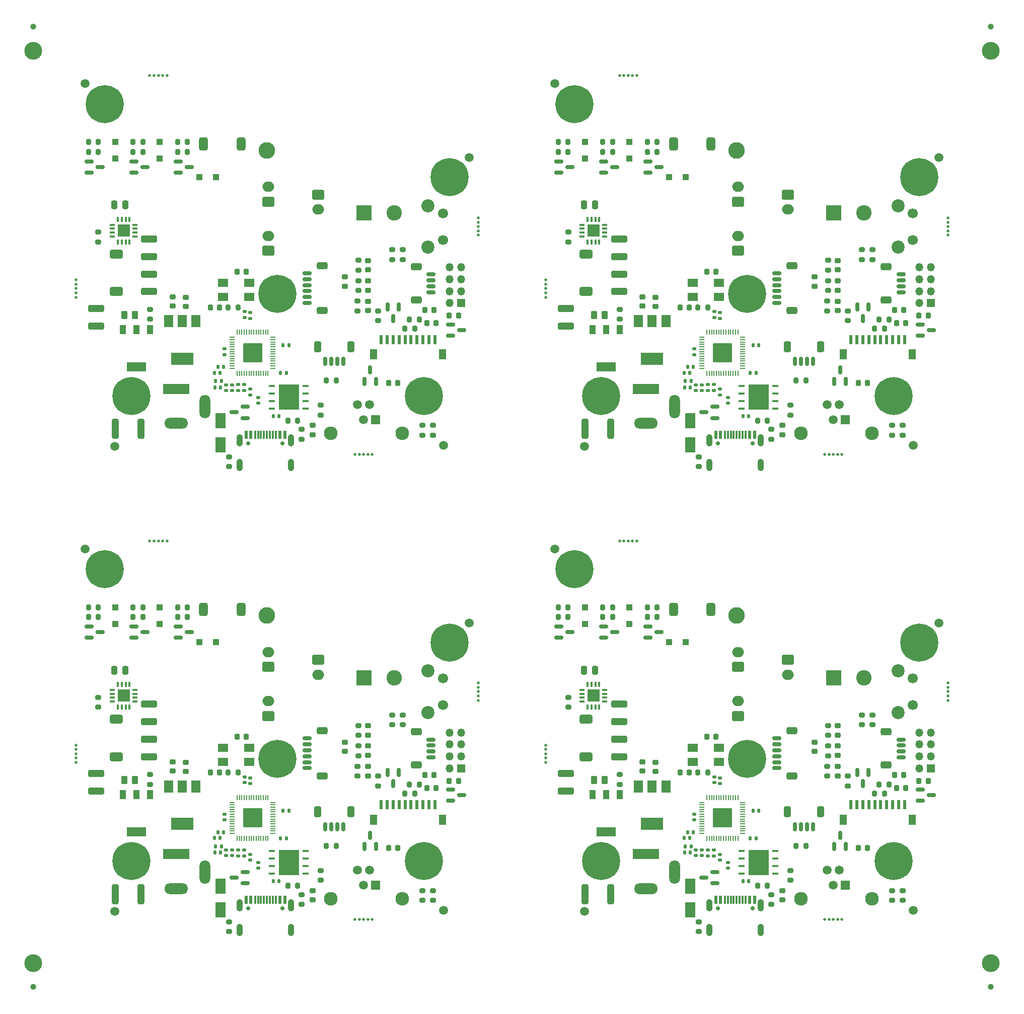
<source format=gts>
G04 #@! TF.GenerationSoftware,KiCad,Pcbnew,6.0.0-d3dd2cf0fa~116~ubuntu20.04.1*
G04 #@! TF.CreationDate,2023-02-13T12:17:36+00:00*
G04 #@! TF.ProjectId,pixel-pump-mainboard-panel,70697865-6c2d-4707-956d-702d6d61696e,rev?*
G04 #@! TF.SameCoordinates,Original*
G04 #@! TF.FileFunction,Soldermask,Top*
G04 #@! TF.FilePolarity,Negative*
%FSLAX46Y46*%
G04 Gerber Fmt 4.6, Leading zero omitted, Abs format (unit mm)*
G04 Created by KiCad (PCBNEW 6.0.0-d3dd2cf0fa~116~ubuntu20.04.1) date 2023-02-13 12:17:36*
%MOMM*%
%LPD*%
G01*
G04 APERTURE LIST*
G04 Aperture macros list*
%AMRoundRect*
0 Rectangle with rounded corners*
0 $1 Rounding radius*
0 $2 $3 $4 $5 $6 $7 $8 $9 X,Y pos of 4 corners*
0 Add a 4 corners polygon primitive as box body*
4,1,4,$2,$3,$4,$5,$6,$7,$8,$9,$2,$3,0*
0 Add four circle primitives for the rounded corners*
1,1,$1+$1,$2,$3*
1,1,$1+$1,$4,$5*
1,1,$1+$1,$6,$7*
1,1,$1+$1,$8,$9*
0 Add four rect primitives between the rounded corners*
20,1,$1+$1,$2,$3,$4,$5,0*
20,1,$1+$1,$4,$5,$6,$7,0*
20,1,$1+$1,$6,$7,$8,$9,0*
20,1,$1+$1,$8,$9,$2,$3,0*%
G04 Aperture macros list end*
%ADD10RoundRect,0.200000X-0.275000X0.200000X-0.275000X-0.200000X0.275000X-0.200000X0.275000X0.200000X0*%
%ADD11RoundRect,0.250000X1.100000X-0.325000X1.100000X0.325000X-1.100000X0.325000X-1.100000X-0.325000X0*%
%ADD12R,1.800000X2.500000*%
%ADD13C,0.500000*%
%ADD14RoundRect,0.375000X-0.725000X0.375000X-0.725000X-0.375000X0.725000X-0.375000X0.725000X0.375000X0*%
%ADD15RoundRect,0.150000X0.587500X0.150000X-0.587500X0.150000X-0.587500X-0.150000X0.587500X-0.150000X0*%
%ADD16RoundRect,0.218750X-0.256250X0.218750X-0.256250X-0.218750X0.256250X-0.218750X0.256250X0.218750X0*%
%ADD17C,3.000000*%
%ADD18RoundRect,0.150000X0.150000X-0.587500X0.150000X0.587500X-0.150000X0.587500X-0.150000X-0.587500X0*%
%ADD19RoundRect,0.250000X0.312500X1.450000X-0.312500X1.450000X-0.312500X-1.450000X0.312500X-1.450000X0*%
%ADD20RoundRect,0.140000X-0.140000X-0.170000X0.140000X-0.170000X0.140000X0.170000X-0.140000X0.170000X0*%
%ADD21RoundRect,0.150000X-0.150000X0.587500X-0.150000X-0.587500X0.150000X-0.587500X0.150000X0.587500X0*%
%ADD22RoundRect,0.225000X0.250000X-0.225000X0.250000X0.225000X-0.250000X0.225000X-0.250000X-0.225000X0*%
%ADD23RoundRect,0.225000X0.225000X0.250000X-0.225000X0.250000X-0.225000X-0.250000X0.225000X-0.250000X0*%
%ADD24R,0.990600X1.498600*%
%ADD25R,3.276600X1.498600*%
%ADD26RoundRect,0.250000X-0.250000X-0.475000X0.250000X-0.475000X0.250000X0.475000X-0.250000X0.475000X0*%
%ADD27R,1.500000X2.000000*%
%ADD28R,3.800000X2.000000*%
%ADD29R,1.100000X1.100000*%
%ADD30C,0.800000*%
%ADD31C,6.400000*%
%ADD32C,2.300000*%
%ADD33R,1.500000X1.500000*%
%ADD34C,1.500000*%
%ADD35RoundRect,0.225000X-0.225000X-0.250000X0.225000X-0.250000X0.225000X0.250000X-0.225000X0.250000X0*%
%ADD36RoundRect,0.140000X-0.170000X0.140000X-0.170000X-0.140000X0.170000X-0.140000X0.170000X0.140000X0*%
%ADD37RoundRect,0.250000X-1.100000X0.325000X-1.100000X-0.325000X1.100000X-0.325000X1.100000X0.325000X0*%
%ADD38RoundRect,0.250000X0.262500X0.450000X-0.262500X0.450000X-0.262500X-0.450000X0.262500X-0.450000X0*%
%ADD39RoundRect,0.200000X0.275000X-0.200000X0.275000X0.200000X-0.275000X0.200000X-0.275000X-0.200000X0*%
%ADD40RoundRect,0.200000X-0.200000X-0.275000X0.200000X-0.275000X0.200000X0.275000X-0.200000X0.275000X0*%
%ADD41RoundRect,0.135000X-0.185000X0.135000X-0.185000X-0.135000X0.185000X-0.135000X0.185000X0.135000X0*%
%ADD42RoundRect,0.150000X-0.150000X-0.625000X0.150000X-0.625000X0.150000X0.625000X-0.150000X0.625000X0*%
%ADD43RoundRect,0.250000X-0.350000X-0.650000X0.350000X-0.650000X0.350000X0.650000X-0.350000X0.650000X0*%
%ADD44RoundRect,0.150000X-0.625000X0.150000X-0.625000X-0.150000X0.625000X-0.150000X0.625000X0.150000X0*%
%ADD45RoundRect,0.250000X-0.650000X0.350000X-0.650000X-0.350000X0.650000X-0.350000X0.650000X0.350000X0*%
%ADD46RoundRect,0.140000X0.170000X-0.140000X0.170000X0.140000X-0.170000X0.140000X-0.170000X-0.140000X0*%
%ADD47RoundRect,0.150000X-0.587500X-0.150000X0.587500X-0.150000X0.587500X0.150000X-0.587500X0.150000X0*%
%ADD48RoundRect,0.150000X0.625000X-0.150000X0.625000X0.150000X-0.625000X0.150000X-0.625000X-0.150000X0*%
%ADD49RoundRect,0.250000X0.650000X-0.350000X0.650000X0.350000X-0.650000X0.350000X-0.650000X-0.350000X0*%
%ADD50RoundRect,0.250000X-0.750000X0.600000X-0.750000X-0.600000X0.750000X-0.600000X0.750000X0.600000X0*%
%ADD51O,2.000000X1.700000*%
%ADD52RoundRect,0.200000X0.200000X0.275000X-0.200000X0.275000X-0.200000X-0.275000X0.200000X-0.275000X0*%
%ADD53C,0.700000*%
%ADD54R,0.600000X1.450000*%
%ADD55R,0.300000X1.450000*%
%ADD56O,1.050000X2.100000*%
%ADD57RoundRect,0.140000X0.140000X0.170000X-0.140000X0.170000X-0.140000X-0.170000X0.140000X-0.170000X0*%
%ADD58RoundRect,0.250000X0.750000X-0.600000X0.750000X0.600000X-0.750000X0.600000X-0.750000X-0.600000X0*%
%ADD59R,1.040000X0.440000*%
%ADD60R,3.400000X4.300000*%
%ADD61C,1.000000*%
%ADD62R,1.800000X1.400000*%
%ADD63C,2.800000*%
%ADD64RoundRect,0.225000X-0.250000X0.225000X-0.250000X-0.225000X0.250000X-0.225000X0.250000X0.225000X0*%
%ADD65C,2.200000*%
%ADD66C,1.700000*%
%ADD67R,0.600000X1.550000*%
%ADD68R,1.200000X1.800000*%
%ADD69R,4.400000X1.800000*%
%ADD70O,4.000000X1.800000*%
%ADD71O,1.800000X4.000000*%
%ADD72RoundRect,0.050000X0.387500X0.050000X-0.387500X0.050000X-0.387500X-0.050000X0.387500X-0.050000X0*%
%ADD73RoundRect,0.050000X0.050000X0.387500X-0.050000X0.387500X-0.050000X-0.387500X0.050000X-0.387500X0*%
%ADD74RoundRect,0.144000X1.456000X1.456000X-1.456000X1.456000X-1.456000X-1.456000X1.456000X-1.456000X0*%
%ADD75RoundRect,0.375000X0.375000X0.725000X-0.375000X0.725000X-0.375000X-0.725000X0.375000X-0.725000X0*%
%ADD76R,2.600000X2.600000*%
%ADD77C,2.600000*%
%ADD78R,1.350000X1.350000*%
%ADD79O,1.350000X1.350000*%
%ADD80R,0.965200X0.381000*%
%ADD81R,0.381000X0.965200*%
%ADD82R,2.159000X2.159000*%
G04 APERTURE END LIST*
D10*
G04 #@! TO.C,R8*
X58665000Y-42269399D03*
X58665000Y-43919399D03*
G04 #@! TD*
D11*
G04 #@! TO.C,C4*
X23500000Y-125801019D03*
X23500000Y-122851019D03*
G04 #@! TD*
D12*
G04 #@! TO.C,D5*
X35487000Y-69299199D03*
X35487000Y-73299199D03*
G04 #@! TD*
D13*
G04 #@! TO.C,REF\u002A\u002A*
X104760400Y-89459619D03*
G04 #@! TD*
D10*
G04 #@! TO.C,R22*
X145158000Y-40491399D03*
X145158000Y-42141399D03*
G04 #@! TD*
G04 #@! TO.C,R25*
X140967000Y-129038019D03*
X140967000Y-130688019D03*
G04 #@! TD*
D14*
G04 #@! TO.C,L1*
X96957500Y-119476019D03*
X96957500Y-125776019D03*
G04 #@! TD*
D10*
G04 #@! TO.C,R22*
X66158000Y-118751019D03*
X66158000Y-120401019D03*
G04 #@! TD*
D15*
G04 #@! TO.C,D4*
X118663500Y-68809399D03*
X118663500Y-66909399D03*
X116788500Y-67859399D03*
G04 #@! TD*
D16*
G04 #@! TO.C,D8*
X139316000Y-123995519D03*
X139316000Y-125570519D03*
G04 #@! TD*
D13*
G04 #@! TO.C,REF\u002A\u002A*
X90200000Y-47756399D03*
G04 #@! TD*
D10*
G04 #@! TO.C,R8*
X137665000Y-42269399D03*
X137665000Y-43919399D03*
G04 #@! TD*
D17*
G04 #@! TO.C,REF\u002A\u002A*
X165000000Y-160519239D03*
G04 #@! TD*
D10*
G04 #@! TO.C,R22*
X66158000Y-40491399D03*
X66158000Y-42141399D03*
G04 #@! TD*
D13*
G04 #@! TO.C,REF\u002A\u002A*
X78799999Y-35141999D03*
G04 #@! TD*
D18*
G04 #@! TO.C,D1*
X138721600Y-140884319D03*
X140621600Y-140884319D03*
X139671600Y-139009319D03*
G04 #@! TD*
D19*
G04 #@! TO.C,F1*
X22067500Y-70653399D03*
X17792500Y-70653399D03*
G04 #@! TD*
D13*
G04 #@! TO.C,REF\u002A\u002A*
X90200000Y-123841019D03*
G04 #@! TD*
D12*
G04 #@! TO.C,D5*
X114487000Y-69299199D03*
X114487000Y-73299199D03*
G04 #@! TD*
D20*
G04 #@! TO.C,C19*
X113456400Y-139464219D03*
X114416400Y-139464219D03*
G04 #@! TD*
D21*
G04 #@! TO.C,Q5*
X144457000Y-128417519D03*
X142557000Y-128417519D03*
X143507000Y-130292519D03*
G04 #@! TD*
D22*
G04 #@! TO.C,C11*
X108607400Y-128301219D03*
X108607400Y-126751219D03*
G04 #@! TD*
D23*
G04 #@! TO.C,C24*
X154492800Y-51603399D03*
X152942800Y-51603399D03*
G04 #@! TD*
D24*
G04 #@! TO.C,Q4*
X23613000Y-132174419D03*
X21327000Y-132174419D03*
X19041000Y-132174419D03*
D25*
X21327000Y-138473619D03*
G04 #@! TD*
D13*
G04 #@! TO.C,REF\u002A\u002A*
X23585401Y-11200000D03*
G04 #@! TD*
D26*
G04 #@! TO.C,C2*
X17600000Y-111226019D03*
X19500000Y-111226019D03*
G04 #@! TD*
D13*
G04 #@! TO.C,REF\u002A\u002A*
X90200000Y-125291019D03*
G04 #@! TD*
D10*
G04 #@! TO.C,R12*
X58665000Y-45698399D03*
X58665000Y-47348399D03*
G04 #@! TD*
D27*
G04 #@! TO.C,U1*
X31374000Y-52517399D03*
D28*
X29074000Y-58817399D03*
D27*
X29074000Y-52517399D03*
X26774000Y-52517399D03*
G04 #@! TD*
D29*
G04 #@! TO.C,D10*
X31912800Y-106545819D03*
X34712800Y-106545819D03*
G04 #@! TD*
D22*
G04 #@! TO.C,C11*
X29607400Y-50041599D03*
X29607400Y-48491599D03*
G04 #@! TD*
D19*
G04 #@! TO.C,F1*
X101067500Y-70653399D03*
X96792500Y-70653399D03*
G04 #@! TD*
D30*
G04 #@! TO.C,H3*
X47476000Y-126180019D03*
X45076000Y-123780019D03*
X43378944Y-124482963D03*
X46773056Y-127877075D03*
D31*
X45076000Y-126180019D03*
D30*
X42676000Y-126180019D03*
X46773056Y-124482963D03*
X45076000Y-128580019D03*
X43378944Y-127877075D03*
G04 #@! TD*
D32*
G04 #@! TO.C,J3*
X133062000Y-149667019D03*
X145062000Y-149667019D03*
D33*
X140592000Y-147367019D03*
D34*
X139572000Y-144827019D03*
X138552000Y-147367019D03*
X137532000Y-144827019D03*
G04 #@! TD*
D35*
G04 #@! TO.C,C26*
X69828000Y-128897819D03*
X71378000Y-128897819D03*
G04 #@! TD*
D16*
G04 #@! TO.C,D2*
X139316000Y-120566519D03*
X139316000Y-122141519D03*
G04 #@! TD*
D13*
G04 #@! TO.C,REF\u002A\u002A*
X11200001Y-46306399D03*
G04 #@! TD*
D27*
G04 #@! TO.C,U1*
X110374000Y-130777019D03*
X108074000Y-130777019D03*
D28*
X108074000Y-137077019D03*
D27*
X105774000Y-130777019D03*
G04 #@! TD*
D13*
G04 #@! TO.C,REF\u002A\u002A*
X137102000Y-153160875D03*
G04 #@! TD*
G04 #@! TO.C,REF\u002A\u002A*
X78799999Y-115576619D03*
G04 #@! TD*
D36*
G04 #@! TO.C,C12*
X118513400Y-129177219D03*
X118513400Y-130137219D03*
G04 #@! TD*
G04 #@! TO.C,C14*
X37430600Y-141476019D03*
X37430600Y-142436019D03*
G04 #@! TD*
D37*
G04 #@! TO.C,C5*
X14600000Y-128651019D03*
X14600000Y-131601019D03*
G04 #@! TD*
D38*
G04 #@! TO.C,R19*
X21096500Y-51476399D03*
X19271500Y-51476399D03*
G04 #@! TD*
D13*
G04 #@! TO.C,REF\u002A\u002A*
X26485401Y-11200000D03*
G04 #@! TD*
D39*
G04 #@! TO.C,R28*
X52315000Y-68303399D03*
X52315000Y-66653399D03*
G04 #@! TD*
D38*
G04 #@! TO.C,R19*
X21096500Y-129736019D03*
X19271500Y-129736019D03*
G04 #@! TD*
D40*
G04 #@! TO.C,R26*
X132268000Y-140785019D03*
X133918000Y-140785019D03*
G04 #@! TD*
D41*
G04 #@! TO.C,R4*
X118483000Y-141446019D03*
X118483000Y-142466019D03*
G04 #@! TD*
D13*
G04 #@! TO.C,REF\u002A\u002A*
X157799999Y-114851619D03*
G04 #@! TD*
G04 #@! TO.C,REF\u002A\u002A*
X140002000Y-153160875D03*
G04 #@! TD*
D10*
G04 #@! TO.C,R20*
X102600000Y-50541399D03*
X102600000Y-52191399D03*
G04 #@! TD*
D42*
G04 #@! TO.C,J9*
X53126400Y-137563419D03*
X54126400Y-137563419D03*
X55126400Y-137563419D03*
X56126400Y-137563419D03*
D43*
X57426400Y-135038419D03*
X51826400Y-135038419D03*
G04 #@! TD*
D16*
G04 #@! TO.C,D7*
X60316000Y-49164899D03*
X60316000Y-50739899D03*
G04 #@! TD*
D34*
G04 #@! TO.C,FID2*
X91716400Y-90823219D03*
G04 #@! TD*
D22*
G04 #@! TO.C,C3*
X27400000Y-128201019D03*
X27400000Y-126651019D03*
G04 #@! TD*
D39*
G04 #@! TO.C,R3*
X128140000Y-72367399D03*
X128140000Y-70717399D03*
G04 #@! TD*
D44*
G04 #@! TO.C,J8*
X129050200Y-122714819D03*
X129050200Y-123714819D03*
X129050200Y-124714819D03*
X129050200Y-125714819D03*
X129050200Y-126714819D03*
X129050200Y-127714819D03*
D45*
X131575200Y-121414819D03*
X131575200Y-129014819D03*
G04 #@! TD*
D40*
G04 #@! TO.C,R15*
X99756000Y-102301019D03*
X101406000Y-102301019D03*
G04 #@! TD*
D13*
G04 #@! TO.C,REF\u002A\u002A*
X78799999Y-38041999D03*
G04 #@! TD*
D46*
G04 #@! TO.C,C17*
X119499000Y-64910399D03*
X119499000Y-63950399D03*
G04 #@! TD*
D13*
G04 #@! TO.C,REF\u002A\u002A*
X90200000Y-126016019D03*
G04 #@! TD*
D47*
G04 #@! TO.C,Q2*
X99897500Y-25631399D03*
X99897500Y-27531399D03*
X101772500Y-26581399D03*
G04 #@! TD*
D48*
G04 #@! TO.C,J7*
X70912000Y-125902019D03*
X70912000Y-124902019D03*
X70912000Y-123902019D03*
X70912000Y-122902019D03*
D49*
X68387000Y-127202019D03*
X68387000Y-121602019D03*
G04 #@! TD*
D50*
G04 #@! TO.C,J4*
X130900200Y-31227199D03*
D51*
X130900200Y-33727199D03*
G04 #@! TD*
D26*
G04 #@! TO.C,C2*
X96600000Y-111226019D03*
X98500000Y-111226019D03*
G04 #@! TD*
D52*
G04 #@! TO.C,R27*
X117408000Y-50206399D03*
X115758000Y-50206399D03*
G04 #@! TD*
D20*
G04 #@! TO.C,C19*
X34456400Y-139464219D03*
X35416400Y-139464219D03*
G04 #@! TD*
D44*
G04 #@! TO.C,J8*
X50050200Y-122714819D03*
X50050200Y-123714819D03*
X50050200Y-124714819D03*
X50050200Y-125714819D03*
X50050200Y-126714819D03*
X50050200Y-127714819D03*
D45*
X52575200Y-129014819D03*
X52575200Y-121414819D03*
G04 #@! TD*
D53*
G04 #@! TO.C,J12*
X124934000Y-73056899D03*
X119154000Y-73056899D03*
D54*
X118794000Y-71611899D03*
X119594000Y-71611899D03*
D55*
X120794000Y-71611899D03*
X121794000Y-71611899D03*
X122294000Y-71611899D03*
X123294000Y-71611899D03*
D54*
X125294000Y-71611899D03*
X124494000Y-71611899D03*
D55*
X123794000Y-71611899D03*
X122794000Y-71611899D03*
X121294000Y-71611899D03*
X120294000Y-71611899D03*
D56*
X117724000Y-72526899D03*
X126364000Y-72526899D03*
X117724000Y-76706899D03*
X126364000Y-76706899D03*
G04 #@! TD*
D47*
G04 #@! TO.C,D6*
X153192300Y-53058399D03*
X153192300Y-54958399D03*
X155067300Y-54008399D03*
G04 #@! TD*
D57*
G04 #@! TO.C,C28*
X35486600Y-141901019D03*
X34526600Y-141901019D03*
G04 #@! TD*
D47*
G04 #@! TO.C,Q1*
X92404500Y-25631399D03*
X92404500Y-27531399D03*
X94279500Y-26581399D03*
G04 #@! TD*
D17*
G04 #@! TO.C,REF\u002A\u002A*
X4000000Y-7000000D03*
G04 #@! TD*
D13*
G04 #@! TO.C,REF\u002A\u002A*
X25760401Y-11200000D03*
G04 #@! TD*
D30*
G04 #@! TO.C,H5*
X17715456Y-95923875D03*
X14321344Y-92529763D03*
X13618400Y-94226819D03*
X16018400Y-91826819D03*
D31*
X16018400Y-94226819D03*
D30*
X18418400Y-94226819D03*
X17715456Y-92529763D03*
X16018400Y-96626819D03*
X14321344Y-95923875D03*
G04 #@! TD*
D47*
G04 #@! TO.C,D6*
X74192300Y-53058399D03*
X74192300Y-54958399D03*
X76067300Y-54008399D03*
G04 #@! TD*
D11*
G04 #@! TO.C,C4*
X102500000Y-125801019D03*
X102500000Y-122851019D03*
G04 #@! TD*
D40*
G04 #@! TO.C,R17*
X107249000Y-24041399D03*
X108899000Y-24041399D03*
G04 #@! TD*
D18*
G04 #@! TO.C,D1*
X59721600Y-140884319D03*
X61621600Y-140884319D03*
X60671600Y-139009319D03*
G04 #@! TD*
D47*
G04 #@! TO.C,Q3*
X107390500Y-103891019D03*
X107390500Y-105791019D03*
X109265500Y-104841019D03*
G04 #@! TD*
D26*
G04 #@! TO.C,C2*
X96600000Y-32966399D03*
X98500000Y-32966399D03*
G04 #@! TD*
D47*
G04 #@! TO.C,D6*
X153192300Y-131318019D03*
X153192300Y-133218019D03*
X155067300Y-132268019D03*
G04 #@! TD*
D13*
G04 #@! TO.C,REF\u002A\u002A*
X11200001Y-45581399D03*
G04 #@! TD*
G04 #@! TO.C,REF\u002A\u002A*
X90200000Y-45581399D03*
G04 #@! TD*
D23*
G04 #@! TO.C,C24*
X75492800Y-129863019D03*
X73942800Y-129863019D03*
G04 #@! TD*
D13*
G04 #@! TO.C,REF\u002A\u002A*
X90200000Y-126741019D03*
G04 #@! TD*
D40*
G04 #@! TO.C,R11*
X28249000Y-100650019D03*
X29899000Y-100650019D03*
G04 #@! TD*
D58*
G04 #@! TO.C,J1*
X122535000Y-110666019D03*
D51*
X122535000Y-108166019D03*
G04 #@! TD*
D52*
G04 #@! TO.C,R27*
X38408000Y-128466019D03*
X36758000Y-128466019D03*
G04 #@! TD*
D23*
G04 #@! TO.C,C8*
X144282000Y-141166019D03*
X142732000Y-141166019D03*
G04 #@! TD*
D13*
G04 #@! TO.C,REF\u002A\u002A*
X11200001Y-48481399D03*
G04 #@! TD*
D36*
G04 #@! TO.C,C14*
X116430600Y-63216399D03*
X116430600Y-64176399D03*
G04 #@! TD*
D22*
G04 #@! TO.C,C11*
X108607400Y-50041599D03*
X108607400Y-48491599D03*
G04 #@! TD*
D34*
G04 #@! TO.C,FID4*
X151965200Y-151656219D03*
G04 #@! TD*
G04 #@! TO.C,FID2*
X12716400Y-90823219D03*
G04 #@! TD*
D30*
G04 #@! TO.C,H4*
X101888800Y-143350419D03*
X97791744Y-145047475D03*
X101185856Y-145047475D03*
D31*
X99488800Y-143350419D03*
D30*
X97088800Y-143350419D03*
X97791744Y-141653363D03*
X99488800Y-145750419D03*
X99488800Y-140950419D03*
X101185856Y-141653363D03*
G04 #@! TD*
D18*
G04 #@! TO.C,D1*
X59721600Y-62624699D03*
X61621600Y-62624699D03*
X60671600Y-60749699D03*
G04 #@! TD*
D30*
G04 #@! TO.C,H1*
X151063200Y-65090799D03*
X150360256Y-66787855D03*
X148663200Y-62690799D03*
D31*
X148663200Y-65090799D03*
D30*
X148663200Y-67490799D03*
X146263200Y-65090799D03*
X146966144Y-66787855D03*
X146966144Y-63393743D03*
X150360256Y-63393743D03*
G04 #@! TD*
D47*
G04 #@! TO.C,Q3*
X28390500Y-25631399D03*
X28390500Y-27531399D03*
X30265500Y-26581399D03*
G04 #@! TD*
D40*
G04 #@! TO.C,R13*
X145476000Y-53762399D03*
X147126000Y-53762399D03*
G04 #@! TD*
D53*
G04 #@! TO.C,J12*
X124934000Y-151316519D03*
X119154000Y-151316519D03*
D54*
X118794000Y-149871519D03*
X119594000Y-149871519D03*
D55*
X120794000Y-149871519D03*
X121794000Y-149871519D03*
X122294000Y-149871519D03*
X123294000Y-149871519D03*
D54*
X125294000Y-149871519D03*
X124494000Y-149871519D03*
D55*
X123794000Y-149871519D03*
X122794000Y-149871519D03*
X121294000Y-149871519D03*
X120294000Y-149871519D03*
D56*
X117724000Y-150786519D03*
X126364000Y-150786519D03*
X117724000Y-154966519D03*
X126364000Y-154966519D03*
G04 #@! TD*
D10*
G04 #@! TO.C,R20*
X102600000Y-128801019D03*
X102600000Y-130451019D03*
G04 #@! TD*
D29*
G04 #@! TO.C,D9*
X25264000Y-22387399D03*
X25264000Y-25187399D03*
G04 #@! TD*
D14*
G04 #@! TO.C,L1*
X17957500Y-41216399D03*
X17957500Y-47516399D03*
G04 #@! TD*
D31*
G04 #@! TO.C,H5*
X95018400Y-15967199D03*
D30*
X92618400Y-15967199D03*
X96715456Y-14270143D03*
X95018400Y-18367199D03*
X95018400Y-13567199D03*
X93321344Y-17664255D03*
X97418400Y-15967199D03*
X93321344Y-14270143D03*
X96715456Y-17664255D03*
G04 #@! TD*
D57*
G04 #@! TO.C,C22*
X125978400Y-134841419D03*
X125018400Y-134841419D03*
G04 #@! TD*
D59*
G04 #@! TO.C,U3*
X49821000Y-145484019D03*
X49821000Y-144214019D03*
X49821000Y-142944019D03*
X49821000Y-141674019D03*
X44131000Y-141674019D03*
X44131000Y-142944019D03*
X44131000Y-144214019D03*
X44131000Y-145484019D03*
D60*
X46976000Y-143579019D03*
G04 #@! TD*
D16*
G04 #@! TO.C,D8*
X60316000Y-123995519D03*
X60316000Y-125570519D03*
G04 #@! TD*
D41*
G04 #@! TO.C,R5*
X117467000Y-63186399D03*
X117467000Y-64206399D03*
G04 #@! TD*
D16*
G04 #@! TO.C,D8*
X60316000Y-45735899D03*
X60316000Y-47310899D03*
G04 #@! TD*
D58*
G04 #@! TO.C,J1*
X122535000Y-32406399D03*
D51*
X122535000Y-29906399D03*
G04 #@! TD*
D57*
G04 #@! TO.C,C15*
X35624600Y-62601599D03*
X34664600Y-62601599D03*
G04 #@! TD*
D19*
G04 #@! TO.C,F1*
X101067500Y-148913019D03*
X96792500Y-148913019D03*
G04 #@! TD*
D48*
G04 #@! TO.C,J7*
X149912000Y-47642399D03*
X149912000Y-46642399D03*
X149912000Y-45642399D03*
X149912000Y-44642399D03*
D49*
X147387000Y-48942399D03*
X147387000Y-43342399D03*
G04 #@! TD*
D40*
G04 #@! TO.C,R26*
X132268000Y-62525399D03*
X133918000Y-62525399D03*
G04 #@! TD*
D13*
G04 #@! TO.C,REF\u002A\u002A*
X140002000Y-74901255D03*
G04 #@! TD*
D39*
G04 #@! TO.C,R24*
X71187200Y-71706999D03*
X71187200Y-70056999D03*
G04 #@! TD*
D30*
G04 #@! TO.C,H4*
X99488800Y-67490799D03*
X97791744Y-66787855D03*
X101185856Y-66787855D03*
X97791744Y-63393743D03*
X101888800Y-65090799D03*
X99488800Y-62690799D03*
X97088800Y-65090799D03*
X101185856Y-63393743D03*
D31*
X99488800Y-65090799D03*
G04 #@! TD*
D11*
G04 #@! TO.C,C4*
X23500000Y-47541399D03*
X23500000Y-44591399D03*
G04 #@! TD*
D40*
G04 #@! TO.C,R15*
X20756000Y-24041399D03*
X22406000Y-24041399D03*
G04 #@! TD*
D13*
G04 #@! TO.C,REF\u002A\u002A*
X24310401Y-89459619D03*
G04 #@! TD*
D61*
G04 #@! TO.C,REF\u002A\u002A*
X165000000Y-164519239D03*
G04 #@! TD*
D23*
G04 #@! TO.C,C24*
X75492800Y-51603399D03*
X73942800Y-51603399D03*
G04 #@! TD*
D36*
G04 #@! TO.C,C12*
X39513400Y-129177219D03*
X39513400Y-130137219D03*
G04 #@! TD*
D34*
G04 #@! TO.C,FID4*
X72965200Y-151656219D03*
G04 #@! TD*
D58*
G04 #@! TO.C,J1*
X43535000Y-110666019D03*
D51*
X43535000Y-108166019D03*
G04 #@! TD*
D37*
G04 #@! TO.C,C5*
X93600000Y-128651019D03*
X93600000Y-131601019D03*
G04 #@! TD*
D13*
G04 #@! TO.C,REF\u002A\u002A*
X138552000Y-153160875D03*
G04 #@! TD*
D62*
G04 #@! TO.C,Y1*
X119270000Y-46026399D03*
X114870000Y-46026399D03*
X114870000Y-48426399D03*
X119270000Y-48426399D03*
G04 #@! TD*
D39*
G04 #@! TO.C,R3*
X128140000Y-150627019D03*
X128140000Y-148977019D03*
G04 #@! TD*
D10*
G04 #@! TO.C,R8*
X58665000Y-120529019D03*
X58665000Y-122179019D03*
G04 #@! TD*
D23*
G04 #@! TO.C,C6*
X118805800Y-122420819D03*
X117255800Y-122420819D03*
G04 #@! TD*
D63*
G04 #@! TO.C,TP19*
X122298000Y-23790399D03*
G04 #@! TD*
D13*
G04 #@! TO.C,REF\u002A\u002A*
X103310400Y-89459619D03*
G04 #@! TD*
D57*
G04 #@! TO.C,C22*
X125978400Y-56581799D03*
X125018400Y-56581799D03*
G04 #@! TD*
D64*
G04 #@! TO.C,C21*
X50968800Y-148315819D03*
X50968800Y-149865819D03*
G04 #@! TD*
D13*
G04 #@! TO.C,REF\u002A\u002A*
X24310401Y-11200000D03*
G04 #@! TD*
D50*
G04 #@! TO.C,J4*
X51900200Y-31227199D03*
D51*
X51900200Y-33727199D03*
G04 #@! TD*
D10*
G04 #@! TO.C,R10*
X58538000Y-127387019D03*
X58538000Y-129037019D03*
G04 #@! TD*
D21*
G04 #@! TO.C,Q5*
X65457000Y-50157899D03*
X63557000Y-50157899D03*
X64507000Y-52032899D03*
G04 #@! TD*
D26*
G04 #@! TO.C,C2*
X17600000Y-32966399D03*
X19500000Y-32966399D03*
G04 #@! TD*
D10*
G04 #@! TO.C,R1*
X115897200Y-75314799D03*
X115897200Y-76964799D03*
G04 #@! TD*
D50*
G04 #@! TO.C,J4*
X51900200Y-109486819D03*
D51*
X51900200Y-111986819D03*
G04 #@! TD*
D57*
G04 #@! TO.C,C18*
X46546600Y-61255399D03*
X45586600Y-61255399D03*
G04 #@! TD*
D47*
G04 #@! TO.C,Q1*
X13404500Y-25631399D03*
X13404500Y-27531399D03*
X15279500Y-26581399D03*
G04 #@! TD*
D13*
G04 #@! TO.C,REF\u002A\u002A*
X78799999Y-36591999D03*
G04 #@! TD*
D65*
G04 #@! TO.C,SW1*
X149403800Y-118351619D03*
X149403800Y-111351619D03*
D66*
X151903800Y-112601619D03*
X151903800Y-117101619D03*
G04 #@! TD*
D38*
G04 #@! TO.C,R19*
X100096500Y-51476399D03*
X98271500Y-51476399D03*
G04 #@! TD*
D39*
G04 #@! TO.C,R28*
X52315000Y-146563019D03*
X52315000Y-144913019D03*
G04 #@! TD*
D13*
G04 #@! TO.C,REF\u002A\u002A*
X157799999Y-35141999D03*
G04 #@! TD*
D17*
G04 #@! TO.C,REF\u002A\u002A*
X165000000Y-7000000D03*
G04 #@! TD*
D39*
G04 #@! TO.C,R28*
X131315000Y-68303399D03*
X131315000Y-66653399D03*
G04 #@! TD*
D16*
G04 #@! TO.C,D2*
X60316000Y-120566519D03*
X60316000Y-122141519D03*
G04 #@! TD*
D46*
G04 #@! TO.C,C16*
X36135200Y-58128599D03*
X36135200Y-57168599D03*
G04 #@! TD*
D32*
G04 #@! TO.C,J3*
X54062000Y-149667019D03*
X66062000Y-149667019D03*
D33*
X61592000Y-147367019D03*
D34*
X60572000Y-144827019D03*
X59552000Y-147367019D03*
X58532000Y-144827019D03*
G04 #@! TD*
D67*
G04 #@! TO.C,J10*
X71521600Y-55588399D03*
X70521600Y-55588399D03*
X69521600Y-55588399D03*
X68521600Y-55588399D03*
X67521600Y-55588399D03*
X66521600Y-55588399D03*
X65521600Y-55588399D03*
X64521600Y-55588399D03*
X63521600Y-55588399D03*
X62521600Y-55588399D03*
D68*
X72821600Y-58113399D03*
X61221600Y-58113399D03*
G04 #@! TD*
D69*
G04 #@! TO.C,J5*
X107067600Y-63922399D03*
D70*
X107067600Y-69722399D03*
D71*
X111867600Y-66922399D03*
G04 #@! TD*
D72*
G04 #@! TO.C,U4*
X123317500Y-138686019D03*
X123317500Y-138286019D03*
X123317500Y-137886019D03*
X123317500Y-137486019D03*
X123317500Y-137086019D03*
X123317500Y-136686019D03*
X123317500Y-136286019D03*
X123317500Y-135886019D03*
X123317500Y-135486019D03*
X123317500Y-135086019D03*
X123317500Y-134686019D03*
X123317500Y-134286019D03*
X123317500Y-133886019D03*
X123317500Y-133486019D03*
D73*
X122480000Y-132648519D03*
X122080000Y-132648519D03*
X121680000Y-132648519D03*
X121280000Y-132648519D03*
X120880000Y-132648519D03*
X120480000Y-132648519D03*
X120080000Y-132648519D03*
X119680000Y-132648519D03*
X119280000Y-132648519D03*
X118880000Y-132648519D03*
X118480000Y-132648519D03*
X118080000Y-132648519D03*
X117680000Y-132648519D03*
X117280000Y-132648519D03*
D72*
X116442500Y-133486019D03*
X116442500Y-133886019D03*
X116442500Y-134286019D03*
X116442500Y-134686019D03*
X116442500Y-135086019D03*
X116442500Y-135486019D03*
X116442500Y-135886019D03*
X116442500Y-136286019D03*
X116442500Y-136686019D03*
X116442500Y-137086019D03*
X116442500Y-137486019D03*
X116442500Y-137886019D03*
X116442500Y-138286019D03*
X116442500Y-138686019D03*
D73*
X117280000Y-139523519D03*
X117680000Y-139523519D03*
X118080000Y-139523519D03*
X118480000Y-139523519D03*
X118880000Y-139523519D03*
X119280000Y-139523519D03*
X119680000Y-139523519D03*
X120080000Y-139523519D03*
X120480000Y-139523519D03*
X120880000Y-139523519D03*
X121280000Y-139523519D03*
X121680000Y-139523519D03*
X122080000Y-139523519D03*
X122480000Y-139523519D03*
D74*
X119880000Y-136086019D03*
G04 #@! TD*
D10*
G04 #@! TO.C,R25*
X61967000Y-50778399D03*
X61967000Y-52428399D03*
G04 #@! TD*
D12*
G04 #@! TO.C,D5*
X35487000Y-147558819D03*
X35487000Y-151558819D03*
G04 #@! TD*
D30*
G04 #@! TO.C,H3*
X125773056Y-127877075D03*
D31*
X124076000Y-126180019D03*
D30*
X126476000Y-126180019D03*
X122378944Y-127877075D03*
X125773056Y-124482963D03*
X121676000Y-126180019D03*
X124076000Y-123780019D03*
X124076000Y-128580019D03*
X122378944Y-124482963D03*
G04 #@! TD*
D65*
G04 #@! TO.C,SW1*
X149403800Y-33091999D03*
X149403800Y-40091999D03*
D66*
X151903800Y-34341999D03*
X151903800Y-38841999D03*
G04 #@! TD*
D13*
G04 #@! TO.C,REF\u002A\u002A*
X157799999Y-37316999D03*
G04 #@! TD*
D59*
G04 #@! TO.C,U3*
X128821000Y-67224399D03*
X128821000Y-65954399D03*
X128821000Y-64684399D03*
X128821000Y-63414399D03*
X123131000Y-63414399D03*
X123131000Y-64684399D03*
X123131000Y-65954399D03*
X123131000Y-67224399D03*
D60*
X125976000Y-65319399D03*
G04 #@! TD*
D22*
G04 #@! TO.C,C27*
X135404400Y-46612599D03*
X135404400Y-45062599D03*
G04 #@! TD*
D75*
G04 #@! TO.C,L2*
X117942000Y-100971019D03*
X111642000Y-100971019D03*
G04 #@! TD*
D13*
G04 #@! TO.C,REF\u002A\u002A*
X137827000Y-153160875D03*
G04 #@! TD*
D58*
G04 #@! TO.C,J2*
X122535000Y-118921019D03*
D51*
X122535000Y-116421019D03*
G04 #@! TD*
D23*
G04 #@! TO.C,C7*
X114310000Y-128466019D03*
X112760000Y-128466019D03*
G04 #@! TD*
D13*
G04 #@! TO.C,REF\u002A\u002A*
X78799999Y-113401619D03*
G04 #@! TD*
D30*
G04 #@! TO.C,H4*
X20488800Y-145750419D03*
X22185856Y-145047475D03*
D31*
X20488800Y-143350419D03*
D30*
X18088800Y-143350419D03*
X22185856Y-141653363D03*
X18791744Y-145047475D03*
X22888800Y-143350419D03*
X18791744Y-141653363D03*
X20488800Y-140950419D03*
G04 #@! TD*
D41*
G04 #@! TO.C,R5*
X117467000Y-141446019D03*
X117467000Y-142466019D03*
G04 #@! TD*
D69*
G04 #@! TO.C,J5*
X28067600Y-142182019D03*
D70*
X28067600Y-147982019D03*
D71*
X32867600Y-145182019D03*
G04 #@! TD*
D34*
G04 #@! TO.C,FID3*
X77332000Y-25009599D03*
G04 #@! TD*
D24*
G04 #@! TO.C,Q4*
X23613000Y-53914799D03*
X21327000Y-53914799D03*
X19041000Y-53914799D03*
D25*
X21327000Y-60213999D03*
G04 #@! TD*
D46*
G04 #@! TO.C,C16*
X115135200Y-58128599D03*
X115135200Y-57168599D03*
G04 #@! TD*
D13*
G04 #@! TO.C,REF\u002A\u002A*
X78799999Y-114851619D03*
G04 #@! TD*
D40*
G04 #@! TO.C,R9*
X99756000Y-100650019D03*
X101406000Y-100650019D03*
G04 #@! TD*
D61*
G04 #@! TO.C,REF\u002A\u002A*
X4000000Y-3000000D03*
G04 #@! TD*
D10*
G04 #@! TO.C,R20*
X23600000Y-50541399D03*
X23600000Y-52191399D03*
G04 #@! TD*
D27*
G04 #@! TO.C,U1*
X31374000Y-130777019D03*
D28*
X29074000Y-137077019D03*
D27*
X29074000Y-130777019D03*
X26774000Y-130777019D03*
G04 #@! TD*
D16*
G04 #@! TO.C,D7*
X139316000Y-49164899D03*
X139316000Y-50739899D03*
G04 #@! TD*
D57*
G04 #@! TO.C,C10*
X124302000Y-146754019D03*
X123342000Y-146754019D03*
G04 #@! TD*
D13*
G04 #@! TO.C,REF\u002A\u002A*
X61002000Y-153160875D03*
G04 #@! TD*
D16*
G04 #@! TO.C,D8*
X139316000Y-45735899D03*
X139316000Y-47310899D03*
G04 #@! TD*
D13*
G04 #@! TO.C,REF\u002A\u002A*
X25035401Y-11200000D03*
G04 #@! TD*
D30*
G04 #@! TO.C,H2*
X155381200Y-106571219D03*
X154678256Y-108268275D03*
D31*
X152981200Y-106571219D03*
D30*
X151284144Y-104874163D03*
X152981200Y-104171219D03*
X154678256Y-104874163D03*
X151284144Y-108268275D03*
X150581200Y-106571219D03*
X152981200Y-108971219D03*
G04 #@! TD*
D75*
G04 #@! TO.C,L2*
X38942000Y-100971019D03*
X32642000Y-100971019D03*
G04 #@! TD*
D21*
G04 #@! TO.C,Q5*
X144457000Y-50157899D03*
X142557000Y-50157899D03*
X143507000Y-52032899D03*
G04 #@! TD*
D13*
G04 #@! TO.C,REF\u002A\u002A*
X137102000Y-74901255D03*
G04 #@! TD*
G04 #@! TO.C,REF\u002A\u002A*
X104035400Y-89459619D03*
G04 #@! TD*
G04 #@! TO.C,REF\u002A\u002A*
X58827000Y-74901255D03*
G04 #@! TD*
D52*
G04 #@! TO.C,R2*
X127441000Y-147516019D03*
X125791000Y-147516019D03*
G04 #@! TD*
D23*
G04 #@! TO.C,C24*
X154492800Y-129863019D03*
X152942800Y-129863019D03*
G04 #@! TD*
D64*
G04 #@! TO.C,C21*
X129968800Y-70056199D03*
X129968800Y-71606199D03*
G04 #@! TD*
D47*
G04 #@! TO.C,Q1*
X13404500Y-103891019D03*
X13404500Y-105791019D03*
X15279500Y-104841019D03*
G04 #@! TD*
D13*
G04 #@! TO.C,REF\u002A\u002A*
X157799999Y-114126619D03*
G04 #@! TD*
D47*
G04 #@! TO.C,Q2*
X20897500Y-103891019D03*
X20897500Y-105791019D03*
X22772500Y-104841019D03*
G04 #@! TD*
D67*
G04 #@! TO.C,J10*
X71521600Y-133848019D03*
X70521600Y-133848019D03*
X69521600Y-133848019D03*
X68521600Y-133848019D03*
X67521600Y-133848019D03*
X66521600Y-133848019D03*
X65521600Y-133848019D03*
X64521600Y-133848019D03*
X63521600Y-133848019D03*
X62521600Y-133848019D03*
D68*
X72821600Y-136373019D03*
X61221600Y-136373019D03*
G04 #@! TD*
D57*
G04 #@! TO.C,C18*
X125546600Y-139515019D03*
X124586600Y-139515019D03*
G04 #@! TD*
D32*
G04 #@! TO.C,J3*
X145062000Y-71407399D03*
X133062000Y-71407399D03*
D33*
X140592000Y-69107399D03*
D34*
X139572000Y-66567399D03*
X138552000Y-69107399D03*
X137532000Y-66567399D03*
G04 #@! TD*
D40*
G04 #@! TO.C,R29*
X146238000Y-52238399D03*
X147888000Y-52238399D03*
G04 #@! TD*
D37*
G04 #@! TO.C,C1*
X102500000Y-38691399D03*
X102500000Y-41641399D03*
G04 #@! TD*
D13*
G04 #@! TO.C,REF\u002A\u002A*
X58827000Y-153160875D03*
G04 #@! TD*
D72*
G04 #@! TO.C,U4*
X123317500Y-60426399D03*
X123317500Y-60026399D03*
X123317500Y-59626399D03*
X123317500Y-59226399D03*
X123317500Y-58826399D03*
X123317500Y-58426399D03*
X123317500Y-58026399D03*
X123317500Y-57626399D03*
X123317500Y-57226399D03*
X123317500Y-56826399D03*
X123317500Y-56426399D03*
X123317500Y-56026399D03*
X123317500Y-55626399D03*
X123317500Y-55226399D03*
D73*
X122480000Y-54388899D03*
X122080000Y-54388899D03*
X121680000Y-54388899D03*
X121280000Y-54388899D03*
X120880000Y-54388899D03*
X120480000Y-54388899D03*
X120080000Y-54388899D03*
X119680000Y-54388899D03*
X119280000Y-54388899D03*
X118880000Y-54388899D03*
X118480000Y-54388899D03*
X118080000Y-54388899D03*
X117680000Y-54388899D03*
X117280000Y-54388899D03*
D72*
X116442500Y-55226399D03*
X116442500Y-55626399D03*
X116442500Y-56026399D03*
X116442500Y-56426399D03*
X116442500Y-56826399D03*
X116442500Y-57226399D03*
X116442500Y-57626399D03*
X116442500Y-58026399D03*
X116442500Y-58426399D03*
X116442500Y-58826399D03*
X116442500Y-59226399D03*
X116442500Y-59626399D03*
X116442500Y-60026399D03*
X116442500Y-60426399D03*
D73*
X117280000Y-61263899D03*
X117680000Y-61263899D03*
X118080000Y-61263899D03*
X118480000Y-61263899D03*
X118880000Y-61263899D03*
X119280000Y-61263899D03*
X119680000Y-61263899D03*
X120080000Y-61263899D03*
X120480000Y-61263899D03*
X120880000Y-61263899D03*
X121280000Y-61263899D03*
X121680000Y-61263899D03*
X122080000Y-61263899D03*
X122480000Y-61263899D03*
D74*
X119880000Y-57826399D03*
G04 #@! TD*
D41*
G04 #@! TO.C,R5*
X38467000Y-141446019D03*
X38467000Y-142466019D03*
G04 #@! TD*
D10*
G04 #@! TO.C,R21*
X64380000Y-118751019D03*
X64380000Y-120401019D03*
G04 #@! TD*
D37*
G04 #@! TO.C,C1*
X23500000Y-38691399D03*
X23500000Y-41641399D03*
G04 #@! TD*
D23*
G04 #@! TO.C,C25*
X71708200Y-131082219D03*
X70158200Y-131082219D03*
G04 #@! TD*
D36*
G04 #@! TO.C,C9*
X115438400Y-63224599D03*
X115438400Y-64184599D03*
G04 #@! TD*
D63*
G04 #@! TO.C,TP19*
X43298000Y-23790399D03*
G04 #@! TD*
D57*
G04 #@! TO.C,C28*
X114486600Y-63641399D03*
X113526600Y-63641399D03*
G04 #@! TD*
G04 #@! TO.C,C15*
X114624600Y-62601599D03*
X113664600Y-62601599D03*
G04 #@! TD*
D31*
G04 #@! TO.C,H2*
X73981200Y-28311599D03*
D30*
X72284144Y-30008655D03*
X73981200Y-25911599D03*
X76381200Y-28311599D03*
X72284144Y-26614543D03*
X73981200Y-30711599D03*
X71581200Y-28311599D03*
X75678256Y-26614543D03*
X75678256Y-30008655D03*
G04 #@! TD*
D34*
G04 #@! TO.C,FID4*
X151965200Y-73396599D03*
G04 #@! TD*
D48*
G04 #@! TO.C,J7*
X149912000Y-125902019D03*
X149912000Y-124902019D03*
X149912000Y-123902019D03*
X149912000Y-122902019D03*
D49*
X147387000Y-121602019D03*
X147387000Y-127202019D03*
G04 #@! TD*
D40*
G04 #@! TO.C,R9*
X20756000Y-100650019D03*
X22406000Y-100650019D03*
G04 #@! TD*
D10*
G04 #@! TO.C,R14*
X93950000Y-115801019D03*
X93950000Y-117451019D03*
G04 #@! TD*
D64*
G04 #@! TO.C,C21*
X50968800Y-70056199D03*
X50968800Y-71606199D03*
G04 #@! TD*
D13*
G04 #@! TO.C,REF\u002A\u002A*
X90200000Y-48481399D03*
G04 #@! TD*
D10*
G04 #@! TO.C,R21*
X143380000Y-40491399D03*
X143380000Y-42141399D03*
G04 #@! TD*
D40*
G04 #@! TO.C,R13*
X66476000Y-53762399D03*
X68126000Y-53762399D03*
G04 #@! TD*
D36*
G04 #@! TO.C,C9*
X36438400Y-141484219D03*
X36438400Y-142444219D03*
G04 #@! TD*
D30*
G04 #@! TO.C,H2*
X154678256Y-30008655D03*
X152981200Y-25911599D03*
X155381200Y-28311599D03*
D31*
X152981200Y-28311599D03*
D30*
X154678256Y-26614543D03*
X150581200Y-28311599D03*
X151284144Y-30008655D03*
X152981200Y-30711599D03*
X151284144Y-26614543D03*
G04 #@! TD*
G04 #@! TO.C,H5*
X17715456Y-14270143D03*
X14321344Y-17664255D03*
D31*
X16018400Y-15967199D03*
D30*
X13618400Y-15967199D03*
X17715456Y-17664255D03*
X18418400Y-15967199D03*
X16018400Y-13567199D03*
X14321344Y-14270143D03*
X16018400Y-18367199D03*
G04 #@! TD*
D13*
G04 #@! TO.C,REF\u002A\u002A*
X59552000Y-74901255D03*
G04 #@! TD*
D39*
G04 #@! TO.C,R3*
X49140000Y-72367399D03*
X49140000Y-70717399D03*
G04 #@! TD*
D36*
G04 #@! TO.C,C12*
X39513400Y-50917599D03*
X39513400Y-51877599D03*
G04 #@! TD*
G04 #@! TO.C,C20*
X40478600Y-129332219D03*
X40478600Y-130292219D03*
G04 #@! TD*
D34*
G04 #@! TO.C,FID1*
X96669400Y-73548999D03*
G04 #@! TD*
D30*
G04 #@! TO.C,H3*
X43378944Y-46223343D03*
X46773056Y-46223343D03*
X47476000Y-47920399D03*
X45076000Y-50320399D03*
X43378944Y-49617455D03*
D31*
X45076000Y-47920399D03*
D30*
X45076000Y-45520399D03*
X46773056Y-49617455D03*
X42676000Y-47920399D03*
G04 #@! TD*
D53*
G04 #@! TO.C,J12*
X40154000Y-73056899D03*
X45934000Y-73056899D03*
D54*
X39794000Y-71611899D03*
X40594000Y-71611899D03*
D55*
X41794000Y-71611899D03*
X42794000Y-71611899D03*
X43294000Y-71611899D03*
X44294000Y-71611899D03*
D54*
X46294000Y-71611899D03*
X45494000Y-71611899D03*
D55*
X44794000Y-71611899D03*
X43794000Y-71611899D03*
X42294000Y-71611899D03*
X41294000Y-71611899D03*
D56*
X38724000Y-72526899D03*
X47364000Y-72526899D03*
X38724000Y-76706899D03*
X47364000Y-76706899D03*
G04 #@! TD*
D76*
G04 #@! TO.C,J6*
X59625200Y-34306199D03*
D77*
X64705200Y-34306199D03*
G04 #@! TD*
D69*
G04 #@! TO.C,J5*
X107067600Y-142182019D03*
D70*
X107067600Y-147982019D03*
D71*
X111867600Y-145182019D03*
G04 #@! TD*
D23*
G04 #@! TO.C,C8*
X65282000Y-62906399D03*
X63732000Y-62906399D03*
G04 #@! TD*
D39*
G04 #@! TO.C,R23*
X69409200Y-149966619D03*
X69409200Y-148316619D03*
G04 #@! TD*
D10*
G04 #@! TO.C,R14*
X14950000Y-115801019D03*
X14950000Y-117451019D03*
G04 #@! TD*
D63*
G04 #@! TO.C,TP19*
X122298000Y-102050019D03*
G04 #@! TD*
D23*
G04 #@! TO.C,C7*
X114310000Y-50206399D03*
X112760000Y-50206399D03*
G04 #@! TD*
D78*
G04 #@! TO.C,J11*
X75971800Y-49472599D03*
D79*
X73971800Y-49472599D03*
X75971800Y-47472599D03*
X73971800Y-47472599D03*
X75971800Y-45472599D03*
X73971800Y-45472599D03*
X75971800Y-43472599D03*
X73971800Y-43472599D03*
G04 #@! TD*
D50*
G04 #@! TO.C,J4*
X130900200Y-109486819D03*
D51*
X130900200Y-111986819D03*
G04 #@! TD*
D13*
G04 #@! TO.C,REF\u002A\u002A*
X102585400Y-11200000D03*
G04 #@! TD*
D80*
G04 #@! TO.C,U2*
X100105000Y-116491219D03*
X100105000Y-115856219D03*
X100105000Y-115195819D03*
X100105000Y-114560819D03*
D81*
X99165200Y-113621019D03*
X98530200Y-113621019D03*
X97869800Y-113621019D03*
X97234800Y-113621019D03*
D80*
X96295000Y-114560819D03*
X96295000Y-115195819D03*
X96295000Y-115856219D03*
X96295000Y-116491219D03*
D81*
X97234800Y-117431019D03*
X97869800Y-117431019D03*
X98530200Y-117431019D03*
X99165200Y-117431019D03*
D82*
X98200000Y-115526019D03*
G04 #@! TD*
D13*
G04 #@! TO.C,REF\u002A\u002A*
X157799999Y-115576619D03*
G04 #@! TD*
D22*
G04 #@! TO.C,C3*
X106400000Y-128201019D03*
X106400000Y-126651019D03*
G04 #@! TD*
D44*
G04 #@! TO.C,J8*
X129050200Y-44455199D03*
X129050200Y-45455199D03*
X129050200Y-46455199D03*
X129050200Y-47455199D03*
X129050200Y-48455199D03*
X129050200Y-49455199D03*
D45*
X131575200Y-50755199D03*
X131575200Y-43155199D03*
G04 #@! TD*
D48*
G04 #@! TO.C,J7*
X70912000Y-47642399D03*
X70912000Y-46642399D03*
X70912000Y-45642399D03*
X70912000Y-44642399D03*
D49*
X68387000Y-43342399D03*
X68387000Y-48942399D03*
G04 #@! TD*
D13*
G04 #@! TO.C,REF\u002A\u002A*
X138552000Y-74901255D03*
G04 #@! TD*
D40*
G04 #@! TO.C,R26*
X53268000Y-140785019D03*
X54918000Y-140785019D03*
G04 #@! TD*
D10*
G04 #@! TO.C,R14*
X93950000Y-37541399D03*
X93950000Y-39191399D03*
G04 #@! TD*
D13*
G04 #@! TO.C,REF\u002A\u002A*
X11200001Y-126016019D03*
G04 #@! TD*
D10*
G04 #@! TO.C,R25*
X61967000Y-129038019D03*
X61967000Y-130688019D03*
G04 #@! TD*
D13*
G04 #@! TO.C,REF\u002A\u002A*
X25760401Y-89459619D03*
G04 #@! TD*
G04 #@! TO.C,REF\u002A\u002A*
X105485400Y-89459619D03*
G04 #@! TD*
D40*
G04 #@! TO.C,R13*
X66476000Y-132022019D03*
X68126000Y-132022019D03*
G04 #@! TD*
D78*
G04 #@! TO.C,J11*
X75971800Y-127732219D03*
D79*
X73971800Y-127732219D03*
X75971800Y-125732219D03*
X73971800Y-125732219D03*
X75971800Y-123732219D03*
X73971800Y-123732219D03*
X75971800Y-121732219D03*
X73971800Y-121732219D03*
G04 #@! TD*
D21*
G04 #@! TO.C,Q5*
X65457000Y-128417519D03*
X63557000Y-128417519D03*
X64507000Y-130292519D03*
G04 #@! TD*
D78*
G04 #@! TO.C,J11*
X154971800Y-49472599D03*
D79*
X152971800Y-49472599D03*
X154971800Y-47472599D03*
X152971800Y-47472599D03*
X154971800Y-45472599D03*
X152971800Y-45472599D03*
X154971800Y-43472599D03*
X152971800Y-43472599D03*
G04 #@! TD*
D46*
G04 #@! TO.C,C13*
X41799400Y-66307399D03*
X41799400Y-65347399D03*
G04 #@! TD*
D57*
G04 #@! TO.C,C15*
X114624600Y-140861219D03*
X113664600Y-140861219D03*
G04 #@! TD*
D41*
G04 #@! TO.C,R4*
X39483000Y-63186399D03*
X39483000Y-64206399D03*
G04 #@! TD*
D36*
G04 #@! TO.C,C12*
X118513400Y-50917599D03*
X118513400Y-51877599D03*
G04 #@! TD*
D23*
G04 #@! TO.C,C6*
X39805800Y-122420819D03*
X38255800Y-122420819D03*
G04 #@! TD*
D78*
G04 #@! TO.C,J11*
X154971800Y-127732219D03*
D79*
X152971800Y-127732219D03*
X154971800Y-125732219D03*
X152971800Y-125732219D03*
X154971800Y-123732219D03*
X152971800Y-123732219D03*
X154971800Y-121732219D03*
X152971800Y-121732219D03*
G04 #@! TD*
D57*
G04 #@! TO.C,C10*
X124302000Y-68494399D03*
X123342000Y-68494399D03*
G04 #@! TD*
D23*
G04 #@! TO.C,C6*
X118805800Y-44161199D03*
X117255800Y-44161199D03*
G04 #@! TD*
D34*
G04 #@! TO.C,FID2*
X91716400Y-12563599D03*
G04 #@! TD*
D67*
G04 #@! TO.C,J10*
X150521600Y-55588399D03*
X149521600Y-55588399D03*
X148521600Y-55588399D03*
X147521600Y-55588399D03*
X146521600Y-55588399D03*
X145521600Y-55588399D03*
X144521600Y-55588399D03*
X143521600Y-55588399D03*
X142521600Y-55588399D03*
X141521600Y-55588399D03*
D68*
X151821600Y-58113399D03*
X140221600Y-58113399D03*
G04 #@! TD*
D37*
G04 #@! TO.C,C5*
X14600000Y-50391399D03*
X14600000Y-53341399D03*
G04 #@! TD*
D13*
G04 #@! TO.C,REF\u002A\u002A*
X90200000Y-47031399D03*
G04 #@! TD*
D58*
G04 #@! TO.C,J2*
X43535000Y-118921019D03*
D51*
X43535000Y-116421019D03*
G04 #@! TD*
D76*
G04 #@! TO.C,J6*
X138625200Y-34306199D03*
D77*
X143705200Y-34306199D03*
G04 #@! TD*
D76*
G04 #@! TO.C,J6*
X138625200Y-112565819D03*
D77*
X143705200Y-112565819D03*
G04 #@! TD*
D35*
G04 #@! TO.C,C26*
X148828000Y-50638199D03*
X150378000Y-50638199D03*
G04 #@! TD*
D39*
G04 #@! TO.C,R3*
X49140000Y-150627019D03*
X49140000Y-148977019D03*
G04 #@! TD*
D36*
G04 #@! TO.C,C20*
X119478600Y-129332219D03*
X119478600Y-130292219D03*
G04 #@! TD*
D46*
G04 #@! TO.C,C13*
X120799400Y-66307399D03*
X120799400Y-65347399D03*
G04 #@! TD*
D29*
G04 #@! TO.C,D9*
X25264000Y-100647019D03*
X25264000Y-103447019D03*
G04 #@! TD*
D30*
G04 #@! TO.C,H1*
X71360256Y-141653363D03*
X71360256Y-145047475D03*
X67263200Y-143350419D03*
D31*
X69663200Y-143350419D03*
D30*
X69663200Y-145750419D03*
X67966144Y-141653363D03*
X67966144Y-145047475D03*
X72063200Y-143350419D03*
X69663200Y-140950419D03*
G04 #@! TD*
D57*
G04 #@! TO.C,C28*
X114486600Y-141901019D03*
X113526600Y-141901019D03*
G04 #@! TD*
D11*
G04 #@! TO.C,C4*
X102500000Y-47541399D03*
X102500000Y-44591399D03*
G04 #@! TD*
D40*
G04 #@! TO.C,R9*
X99756000Y-22390399D03*
X101406000Y-22390399D03*
G04 #@! TD*
G04 #@! TO.C,R13*
X145476000Y-132022019D03*
X147126000Y-132022019D03*
G04 #@! TD*
G04 #@! TO.C,R29*
X67238000Y-52238399D03*
X68888000Y-52238399D03*
G04 #@! TD*
G04 #@! TO.C,R7*
X92263000Y-24041399D03*
X93913000Y-24041399D03*
G04 #@! TD*
D13*
G04 #@! TO.C,REF\u002A\u002A*
X60277000Y-153160875D03*
G04 #@! TD*
D23*
G04 #@! TO.C,C7*
X35310000Y-50206399D03*
X33760000Y-50206399D03*
G04 #@! TD*
D13*
G04 #@! TO.C,REF\u002A\u002A*
X11200001Y-47756399D03*
G04 #@! TD*
G04 #@! TO.C,REF\u002A\u002A*
X11200001Y-123841019D03*
G04 #@! TD*
D40*
G04 #@! TO.C,R6*
X92263000Y-100650019D03*
X93913000Y-100650019D03*
G04 #@! TD*
D13*
G04 #@! TO.C,REF\u002A\u002A*
X11200001Y-126741019D03*
G04 #@! TD*
D29*
G04 #@! TO.C,D3*
X96771000Y-22387399D03*
X96771000Y-25187399D03*
G04 #@! TD*
D16*
G04 #@! TO.C,D2*
X60316000Y-42306899D03*
X60316000Y-43881899D03*
G04 #@! TD*
D61*
G04 #@! TO.C,REF\u002A\u002A*
X165000000Y-3000000D03*
G04 #@! TD*
D40*
G04 #@! TO.C,R6*
X13263000Y-22390399D03*
X14913000Y-22390399D03*
G04 #@! TD*
D13*
G04 #@! TO.C,REF\u002A\u002A*
X104035400Y-11200000D03*
G04 #@! TD*
G04 #@! TO.C,REF\u002A\u002A*
X26485401Y-89459619D03*
G04 #@! TD*
D63*
G04 #@! TO.C,TP19*
X43298000Y-102050019D03*
G04 #@! TD*
D16*
G04 #@! TO.C,D7*
X60316000Y-127424519D03*
X60316000Y-128999519D03*
G04 #@! TD*
D10*
G04 #@! TO.C,R21*
X64380000Y-40491399D03*
X64380000Y-42141399D03*
G04 #@! TD*
D62*
G04 #@! TO.C,Y1*
X40270000Y-46026399D03*
X35870000Y-46026399D03*
X35870000Y-48426399D03*
X40270000Y-48426399D03*
G04 #@! TD*
D36*
G04 #@! TO.C,C14*
X37430600Y-63216399D03*
X37430600Y-64176399D03*
G04 #@! TD*
D41*
G04 #@! TO.C,R4*
X118483000Y-63186399D03*
X118483000Y-64206399D03*
G04 #@! TD*
D57*
G04 #@! TO.C,C22*
X46978400Y-56581799D03*
X46018400Y-56581799D03*
G04 #@! TD*
D16*
G04 #@! TO.C,D2*
X139316000Y-42306899D03*
X139316000Y-43881899D03*
G04 #@! TD*
D42*
G04 #@! TO.C,J9*
X53126400Y-59303799D03*
X54126400Y-59303799D03*
X55126400Y-59303799D03*
X56126400Y-59303799D03*
D43*
X51826400Y-56778799D03*
X57426400Y-56778799D03*
G04 #@! TD*
D72*
G04 #@! TO.C,U4*
X44317500Y-138686019D03*
X44317500Y-138286019D03*
X44317500Y-137886019D03*
X44317500Y-137486019D03*
X44317500Y-137086019D03*
X44317500Y-136686019D03*
X44317500Y-136286019D03*
X44317500Y-135886019D03*
X44317500Y-135486019D03*
X44317500Y-135086019D03*
X44317500Y-134686019D03*
X44317500Y-134286019D03*
X44317500Y-133886019D03*
X44317500Y-133486019D03*
D73*
X43480000Y-132648519D03*
X43080000Y-132648519D03*
X42680000Y-132648519D03*
X42280000Y-132648519D03*
X41880000Y-132648519D03*
X41480000Y-132648519D03*
X41080000Y-132648519D03*
X40680000Y-132648519D03*
X40280000Y-132648519D03*
X39880000Y-132648519D03*
X39480000Y-132648519D03*
X39080000Y-132648519D03*
X38680000Y-132648519D03*
X38280000Y-132648519D03*
D72*
X37442500Y-133486019D03*
X37442500Y-133886019D03*
X37442500Y-134286019D03*
X37442500Y-134686019D03*
X37442500Y-135086019D03*
X37442500Y-135486019D03*
X37442500Y-135886019D03*
X37442500Y-136286019D03*
X37442500Y-136686019D03*
X37442500Y-137086019D03*
X37442500Y-137486019D03*
X37442500Y-137886019D03*
X37442500Y-138286019D03*
X37442500Y-138686019D03*
D73*
X38280000Y-139523519D03*
X38680000Y-139523519D03*
X39080000Y-139523519D03*
X39480000Y-139523519D03*
X39880000Y-139523519D03*
X40280000Y-139523519D03*
X40680000Y-139523519D03*
X41080000Y-139523519D03*
X41480000Y-139523519D03*
X41880000Y-139523519D03*
X42280000Y-139523519D03*
X42680000Y-139523519D03*
X43080000Y-139523519D03*
X43480000Y-139523519D03*
D74*
X40880000Y-136086019D03*
G04 #@! TD*
D59*
G04 #@! TO.C,U3*
X49821000Y-67224399D03*
X49821000Y-65954399D03*
X49821000Y-64684399D03*
X49821000Y-63414399D03*
X44131000Y-63414399D03*
X44131000Y-64684399D03*
X44131000Y-65954399D03*
X44131000Y-67224399D03*
D60*
X46976000Y-65319399D03*
G04 #@! TD*
D36*
G04 #@! TO.C,C14*
X116430600Y-141476019D03*
X116430600Y-142436019D03*
G04 #@! TD*
D30*
G04 #@! TO.C,H1*
X71360256Y-63393743D03*
X69663200Y-62690799D03*
X72063200Y-65090799D03*
D31*
X69663200Y-65090799D03*
D30*
X69663200Y-67490799D03*
X67966144Y-63393743D03*
X67966144Y-66787855D03*
X67263200Y-65090799D03*
X71360256Y-66787855D03*
G04 #@! TD*
D13*
G04 #@! TO.C,REF\u002A\u002A*
X102585400Y-89459619D03*
G04 #@! TD*
D39*
G04 #@! TO.C,R24*
X150187200Y-71706999D03*
X150187200Y-70056999D03*
G04 #@! TD*
D58*
G04 #@! TO.C,J2*
X43535000Y-40661399D03*
D51*
X43535000Y-38161399D03*
G04 #@! TD*
D20*
G04 #@! TO.C,C23*
X114066000Y-138499019D03*
X115026000Y-138499019D03*
G04 #@! TD*
D35*
G04 #@! TO.C,C26*
X148828000Y-128897819D03*
X150378000Y-128897819D03*
G04 #@! TD*
D40*
G04 #@! TO.C,R29*
X67238000Y-130498019D03*
X68888000Y-130498019D03*
G04 #@! TD*
D30*
G04 #@! TO.C,H3*
X121676000Y-47920399D03*
X125773056Y-46223343D03*
X125773056Y-49617455D03*
D31*
X124076000Y-47920399D03*
D30*
X124076000Y-50320399D03*
X126476000Y-47920399D03*
X124076000Y-45520399D03*
X122378944Y-49617455D03*
X122378944Y-46223343D03*
G04 #@! TD*
D38*
G04 #@! TO.C,R19*
X100096500Y-129736019D03*
X98271500Y-129736019D03*
G04 #@! TD*
D58*
G04 #@! TO.C,J1*
X43535000Y-32406399D03*
D51*
X43535000Y-29906399D03*
G04 #@! TD*
D61*
G04 #@! TO.C,REF\u002A\u002A*
X4000000Y-164519239D03*
G04 #@! TD*
D47*
G04 #@! TO.C,Q2*
X99897500Y-103891019D03*
X99897500Y-105791019D03*
X101772500Y-104841019D03*
G04 #@! TD*
D34*
G04 #@! TO.C,FID3*
X156332000Y-103269219D03*
G04 #@! TD*
D40*
G04 #@! TO.C,R15*
X20756000Y-102301019D03*
X22406000Y-102301019D03*
G04 #@! TD*
G04 #@! TO.C,R11*
X107249000Y-22390399D03*
X108899000Y-22390399D03*
G04 #@! TD*
D13*
G04 #@! TO.C,REF\u002A\u002A*
X78799999Y-35866999D03*
G04 #@! TD*
D46*
G04 #@! TO.C,C16*
X36135200Y-136388219D03*
X36135200Y-135428219D03*
G04 #@! TD*
D13*
G04 #@! TO.C,REF\u002A\u002A*
X58102000Y-153160875D03*
G04 #@! TD*
D34*
G04 #@! TO.C,FID3*
X77332000Y-103269219D03*
G04 #@! TD*
D29*
G04 #@! TO.C,D3*
X96771000Y-100647019D03*
X96771000Y-103447019D03*
G04 #@! TD*
D30*
G04 #@! TO.C,H1*
X146966144Y-145047475D03*
X150360256Y-141653363D03*
X151063200Y-143350419D03*
X146263200Y-143350419D03*
X148663200Y-140950419D03*
D31*
X148663200Y-143350419D03*
D30*
X146966144Y-141653363D03*
X148663200Y-145750419D03*
X150360256Y-145047475D03*
G04 #@! TD*
D13*
G04 #@! TO.C,REF\u002A\u002A*
X25035401Y-89459619D03*
G04 #@! TD*
G04 #@! TO.C,REF\u002A\u002A*
X139277000Y-153160875D03*
G04 #@! TD*
D24*
G04 #@! TO.C,Q4*
X102613000Y-53914799D03*
X100327000Y-53914799D03*
X98041000Y-53914799D03*
D25*
X100327000Y-60213999D03*
G04 #@! TD*
D13*
G04 #@! TO.C,REF\u002A\u002A*
X157799999Y-113401619D03*
G04 #@! TD*
D17*
G04 #@! TO.C,REF\u002A\u002A*
X4000000Y-160519239D03*
G04 #@! TD*
D40*
G04 #@! TO.C,R11*
X107249000Y-100650019D03*
X108899000Y-100650019D03*
G04 #@! TD*
D30*
G04 #@! TO.C,H2*
X75678256Y-104874163D03*
D31*
X73981200Y-106571219D03*
D30*
X73981200Y-104171219D03*
X72284144Y-108268275D03*
X71581200Y-106571219D03*
X72284144Y-104874163D03*
X76381200Y-106571219D03*
X73981200Y-108971219D03*
X75678256Y-108268275D03*
G04 #@! TD*
D19*
G04 #@! TO.C,F1*
X22067500Y-148913019D03*
X17792500Y-148913019D03*
G04 #@! TD*
D29*
G04 #@! TO.C,D3*
X17771000Y-22387399D03*
X17771000Y-25187399D03*
G04 #@! TD*
D40*
G04 #@! TO.C,R9*
X20756000Y-22390399D03*
X22406000Y-22390399D03*
G04 #@! TD*
D10*
G04 #@! TO.C,R21*
X143380000Y-118751019D03*
X143380000Y-120401019D03*
G04 #@! TD*
D40*
G04 #@! TO.C,R7*
X92263000Y-102301019D03*
X93913000Y-102301019D03*
G04 #@! TD*
D29*
G04 #@! TO.C,D3*
X17771000Y-100647019D03*
X17771000Y-103447019D03*
G04 #@! TD*
D40*
G04 #@! TO.C,R6*
X92263000Y-22390399D03*
X93913000Y-22390399D03*
G04 #@! TD*
D34*
G04 #@! TO.C,FID4*
X72965200Y-73396599D03*
G04 #@! TD*
D13*
G04 #@! TO.C,REF\u002A\u002A*
X23585401Y-89459619D03*
G04 #@! TD*
D23*
G04 #@! TO.C,C6*
X39805800Y-44161199D03*
X38255800Y-44161199D03*
G04 #@! TD*
D10*
G04 #@! TO.C,R12*
X137665000Y-45698399D03*
X137665000Y-47348399D03*
G04 #@! TD*
D46*
G04 #@! TO.C,C17*
X40499000Y-143170019D03*
X40499000Y-142210019D03*
G04 #@! TD*
D10*
G04 #@! TO.C,R12*
X137665000Y-123958019D03*
X137665000Y-125608019D03*
G04 #@! TD*
D39*
G04 #@! TO.C,R24*
X71187200Y-149966619D03*
X71187200Y-148316619D03*
G04 #@! TD*
D13*
G04 #@! TO.C,REF\u002A\u002A*
X157799999Y-36591999D03*
G04 #@! TD*
G04 #@! TO.C,REF\u002A\u002A*
X78799999Y-37316999D03*
G04 #@! TD*
D52*
G04 #@! TO.C,R2*
X127441000Y-69256399D03*
X125791000Y-69256399D03*
G04 #@! TD*
D29*
G04 #@! TO.C,D9*
X104264000Y-100647019D03*
X104264000Y-103447019D03*
G04 #@! TD*
D13*
G04 #@! TO.C,REF\u002A\u002A*
X11200001Y-47031399D03*
G04 #@! TD*
D72*
G04 #@! TO.C,U4*
X44317500Y-60426399D03*
X44317500Y-60026399D03*
X44317500Y-59626399D03*
X44317500Y-59226399D03*
X44317500Y-58826399D03*
X44317500Y-58426399D03*
X44317500Y-58026399D03*
X44317500Y-57626399D03*
X44317500Y-57226399D03*
X44317500Y-56826399D03*
X44317500Y-56426399D03*
X44317500Y-56026399D03*
X44317500Y-55626399D03*
X44317500Y-55226399D03*
D73*
X43480000Y-54388899D03*
X43080000Y-54388899D03*
X42680000Y-54388899D03*
X42280000Y-54388899D03*
X41880000Y-54388899D03*
X41480000Y-54388899D03*
X41080000Y-54388899D03*
X40680000Y-54388899D03*
X40280000Y-54388899D03*
X39880000Y-54388899D03*
X39480000Y-54388899D03*
X39080000Y-54388899D03*
X38680000Y-54388899D03*
X38280000Y-54388899D03*
D72*
X37442500Y-55226399D03*
X37442500Y-55626399D03*
X37442500Y-56026399D03*
X37442500Y-56426399D03*
X37442500Y-56826399D03*
X37442500Y-57226399D03*
X37442500Y-57626399D03*
X37442500Y-58026399D03*
X37442500Y-58426399D03*
X37442500Y-58826399D03*
X37442500Y-59226399D03*
X37442500Y-59626399D03*
X37442500Y-60026399D03*
X37442500Y-60426399D03*
D73*
X38280000Y-61263899D03*
X38680000Y-61263899D03*
X39080000Y-61263899D03*
X39480000Y-61263899D03*
X39880000Y-61263899D03*
X40280000Y-61263899D03*
X40680000Y-61263899D03*
X41080000Y-61263899D03*
X41480000Y-61263899D03*
X41880000Y-61263899D03*
X42280000Y-61263899D03*
X42680000Y-61263899D03*
X43080000Y-61263899D03*
X43480000Y-61263899D03*
D74*
X40880000Y-57826399D03*
G04 #@! TD*
D36*
G04 #@! TO.C,C9*
X115438400Y-141484219D03*
X115438400Y-142444219D03*
G04 #@! TD*
D53*
G04 #@! TO.C,J12*
X40154000Y-151316519D03*
X45934000Y-151316519D03*
D54*
X39794000Y-149871519D03*
X40594000Y-149871519D03*
D55*
X41794000Y-149871519D03*
X42794000Y-149871519D03*
X43294000Y-149871519D03*
X44294000Y-149871519D03*
D54*
X46294000Y-149871519D03*
X45494000Y-149871519D03*
D55*
X44794000Y-149871519D03*
X43794000Y-149871519D03*
X42294000Y-149871519D03*
X41294000Y-149871519D03*
D56*
X38724000Y-150786519D03*
X47364000Y-150786519D03*
X38724000Y-154966519D03*
X47364000Y-154966519D03*
G04 #@! TD*
D52*
G04 #@! TO.C,R27*
X117408000Y-128466019D03*
X115758000Y-128466019D03*
G04 #@! TD*
D20*
G04 #@! TO.C,C23*
X35066000Y-138499019D03*
X36026000Y-138499019D03*
G04 #@! TD*
D47*
G04 #@! TO.C,Q3*
X28390500Y-103891019D03*
X28390500Y-105791019D03*
X30265500Y-104841019D03*
G04 #@! TD*
D20*
G04 #@! TO.C,C19*
X34456400Y-61204599D03*
X35416400Y-61204599D03*
G04 #@! TD*
D52*
G04 #@! TO.C,R27*
X38408000Y-50206399D03*
X36758000Y-50206399D03*
G04 #@! TD*
D36*
G04 #@! TO.C,C20*
X40478600Y-51072599D03*
X40478600Y-52032599D03*
G04 #@! TD*
D80*
G04 #@! TO.C,U2*
X21105000Y-38231599D03*
X21105000Y-37596599D03*
X21105000Y-36936199D03*
X21105000Y-36301199D03*
D81*
X20165200Y-35361399D03*
X19530200Y-35361399D03*
X18869800Y-35361399D03*
X18234800Y-35361399D03*
D80*
X17295000Y-36301199D03*
X17295000Y-36936199D03*
X17295000Y-37596599D03*
X17295000Y-38231599D03*
D81*
X18234800Y-39171399D03*
X18869800Y-39171399D03*
X19530200Y-39171399D03*
X20165200Y-39171399D03*
D82*
X19200000Y-37266399D03*
G04 #@! TD*
D75*
G04 #@! TO.C,L2*
X117942000Y-22711399D03*
X111642000Y-22711399D03*
G04 #@! TD*
D13*
G04 #@! TO.C,REF\u002A\u002A*
X157799999Y-38041999D03*
G04 #@! TD*
D47*
G04 #@! TO.C,Q3*
X107390500Y-25631399D03*
X107390500Y-27531399D03*
X109265500Y-26581399D03*
G04 #@! TD*
D39*
G04 #@! TO.C,R28*
X131315000Y-146563019D03*
X131315000Y-144913019D03*
G04 #@! TD*
D40*
G04 #@! TO.C,R15*
X99756000Y-24041399D03*
X101406000Y-24041399D03*
G04 #@! TD*
G04 #@! TO.C,R29*
X146238000Y-130498019D03*
X147888000Y-130498019D03*
G04 #@! TD*
G04 #@! TO.C,R17*
X28249000Y-24041399D03*
X29899000Y-24041399D03*
G04 #@! TD*
D76*
G04 #@! TO.C,J6*
X59625200Y-112565819D03*
D77*
X64705200Y-112565819D03*
G04 #@! TD*
D42*
G04 #@! TO.C,J9*
X132126400Y-59303799D03*
X133126400Y-59303799D03*
X134126400Y-59303799D03*
X135126400Y-59303799D03*
D43*
X130826400Y-56778799D03*
X136426400Y-56778799D03*
G04 #@! TD*
D41*
G04 #@! TO.C,R4*
X39483000Y-141446019D03*
X39483000Y-142466019D03*
G04 #@! TD*
D13*
G04 #@! TO.C,REF\u002A\u002A*
X61002000Y-74901255D03*
G04 #@! TD*
D80*
G04 #@! TO.C,U2*
X21105000Y-116491219D03*
X21105000Y-115856219D03*
X21105000Y-115195819D03*
X21105000Y-114560819D03*
D81*
X20165200Y-113621019D03*
X19530200Y-113621019D03*
X18869800Y-113621019D03*
X18234800Y-113621019D03*
D80*
X17295000Y-114560819D03*
X17295000Y-115195819D03*
X17295000Y-115856219D03*
X17295000Y-116491219D03*
D81*
X18234800Y-117431019D03*
X18869800Y-117431019D03*
X19530200Y-117431019D03*
X20165200Y-117431019D03*
D82*
X19200000Y-115526019D03*
G04 #@! TD*
D62*
G04 #@! TO.C,Y1*
X40270000Y-124286019D03*
X35870000Y-124286019D03*
X35870000Y-126686019D03*
X40270000Y-126686019D03*
G04 #@! TD*
D46*
G04 #@! TO.C,C16*
X115135200Y-136388219D03*
X115135200Y-135428219D03*
G04 #@! TD*
D13*
G04 #@! TO.C,REF\u002A\u002A*
X90200000Y-46306399D03*
G04 #@! TD*
D52*
G04 #@! TO.C,R2*
X48441000Y-69256399D03*
X46791000Y-69256399D03*
G04 #@! TD*
D65*
G04 #@! TO.C,SW1*
X70403800Y-33091999D03*
X70403800Y-40091999D03*
D66*
X72903800Y-34341999D03*
X72903800Y-38841999D03*
G04 #@! TD*
D57*
G04 #@! TO.C,C22*
X46978400Y-134841419D03*
X46018400Y-134841419D03*
G04 #@! TD*
D29*
G04 #@! TO.C,D9*
X104264000Y-22387399D03*
X104264000Y-25187399D03*
G04 #@! TD*
D46*
G04 #@! TO.C,C13*
X41799400Y-144567019D03*
X41799400Y-143607019D03*
G04 #@! TD*
G04 #@! TO.C,C17*
X40499000Y-64910399D03*
X40499000Y-63950399D03*
G04 #@! TD*
D10*
G04 #@! TO.C,R14*
X14950000Y-37541399D03*
X14950000Y-39191399D03*
G04 #@! TD*
D29*
G04 #@! TO.C,D10*
X110912800Y-28286199D03*
X113712800Y-28286199D03*
G04 #@! TD*
D34*
G04 #@! TO.C,FID1*
X96669400Y-151808619D03*
G04 #@! TD*
D10*
G04 #@! TO.C,R1*
X36897200Y-153574419D03*
X36897200Y-155224419D03*
G04 #@! TD*
D22*
G04 #@! TO.C,C3*
X27400000Y-49941399D03*
X27400000Y-48391399D03*
G04 #@! TD*
D69*
G04 #@! TO.C,J5*
X28067600Y-63922399D03*
D70*
X28067600Y-69722399D03*
D71*
X32867600Y-66922399D03*
G04 #@! TD*
D30*
G04 #@! TO.C,H5*
X92618400Y-94226819D03*
X93321344Y-95923875D03*
X97418400Y-94226819D03*
D31*
X95018400Y-94226819D03*
D30*
X96715456Y-92529763D03*
X93321344Y-92529763D03*
X95018400Y-91826819D03*
X95018400Y-96626819D03*
X96715456Y-95923875D03*
G04 #@! TD*
D13*
G04 #@! TO.C,REF\u002A\u002A*
X157799999Y-35866999D03*
G04 #@! TD*
D23*
G04 #@! TO.C,C7*
X35310000Y-128466019D03*
X33760000Y-128466019D03*
G04 #@! TD*
D20*
G04 #@! TO.C,C23*
X35066000Y-60239399D03*
X36026000Y-60239399D03*
G04 #@! TD*
D39*
G04 #@! TO.C,R23*
X148409200Y-149966619D03*
X148409200Y-148316619D03*
G04 #@! TD*
D10*
G04 #@! TO.C,R1*
X115897200Y-153574419D03*
X115897200Y-155224419D03*
G04 #@! TD*
D13*
G04 #@! TO.C,REF\u002A\u002A*
X90200000Y-124566019D03*
G04 #@! TD*
G04 #@! TO.C,REF\u002A\u002A*
X60277000Y-74901255D03*
G04 #@! TD*
D22*
G04 #@! TO.C,C3*
X106400000Y-49941399D03*
X106400000Y-48391399D03*
G04 #@! TD*
D40*
G04 #@! TO.C,R26*
X53268000Y-62525399D03*
X54918000Y-62525399D03*
G04 #@! TD*
D22*
G04 #@! TO.C,C27*
X56404400Y-124872219D03*
X56404400Y-123322219D03*
G04 #@! TD*
D47*
G04 #@! TO.C,Q2*
X20897500Y-25631399D03*
X20897500Y-27531399D03*
X22772500Y-26581399D03*
G04 #@! TD*
D10*
G04 #@! TO.C,R10*
X137538000Y-49127399D03*
X137538000Y-50777399D03*
G04 #@! TD*
D32*
G04 #@! TO.C,J3*
X54062000Y-71407399D03*
X66062000Y-71407399D03*
D33*
X61592000Y-69107399D03*
D34*
X60572000Y-66567399D03*
X59552000Y-69107399D03*
X58532000Y-66567399D03*
G04 #@! TD*
D23*
G04 #@! TO.C,C8*
X144282000Y-62906399D03*
X142732000Y-62906399D03*
G04 #@! TD*
D20*
G04 #@! TO.C,C19*
X113456400Y-61204599D03*
X114416400Y-61204599D03*
G04 #@! TD*
D40*
G04 #@! TO.C,R11*
X28249000Y-22390399D03*
X29899000Y-22390399D03*
G04 #@! TD*
D13*
G04 #@! TO.C,REF\u002A\u002A*
X137827000Y-74901255D03*
G04 #@! TD*
D62*
G04 #@! TO.C,Y1*
X119270000Y-124286019D03*
X114870000Y-124286019D03*
X114870000Y-126686019D03*
X119270000Y-126686019D03*
G04 #@! TD*
D39*
G04 #@! TO.C,R23*
X148409200Y-71706999D03*
X148409200Y-70056999D03*
G04 #@! TD*
D10*
G04 #@! TO.C,R25*
X140967000Y-50778399D03*
X140967000Y-52428399D03*
G04 #@! TD*
D40*
G04 #@! TO.C,R6*
X13263000Y-100650019D03*
X14913000Y-100650019D03*
G04 #@! TD*
G04 #@! TO.C,R7*
X13263000Y-102301019D03*
X14913000Y-102301019D03*
G04 #@! TD*
D57*
G04 #@! TO.C,C15*
X35624600Y-140861219D03*
X34664600Y-140861219D03*
G04 #@! TD*
D34*
G04 #@! TO.C,FID1*
X17669400Y-151808619D03*
G04 #@! TD*
D29*
G04 #@! TO.C,D10*
X31912800Y-28286199D03*
X34712800Y-28286199D03*
G04 #@! TD*
D35*
G04 #@! TO.C,C26*
X69828000Y-50638199D03*
X71378000Y-50638199D03*
G04 #@! TD*
D37*
G04 #@! TO.C,C1*
X23500000Y-116951019D03*
X23500000Y-119901019D03*
G04 #@! TD*
D34*
G04 #@! TO.C,FID3*
X156332000Y-25009599D03*
G04 #@! TD*
D80*
G04 #@! TO.C,U2*
X100105000Y-38231599D03*
X100105000Y-37596599D03*
X100105000Y-36936199D03*
X100105000Y-36301199D03*
D81*
X99165200Y-35361399D03*
X98530200Y-35361399D03*
X97869800Y-35361399D03*
X97234800Y-35361399D03*
D80*
X96295000Y-36301199D03*
X96295000Y-36936199D03*
X96295000Y-37596599D03*
X96295000Y-38231599D03*
D81*
X97234800Y-39171399D03*
X97869800Y-39171399D03*
X98530200Y-39171399D03*
X99165200Y-39171399D03*
D82*
X98200000Y-37266399D03*
G04 #@! TD*
D13*
G04 #@! TO.C,REF\u002A\u002A*
X105485400Y-11200000D03*
G04 #@! TD*
D15*
G04 #@! TO.C,D4*
X118663500Y-147069019D03*
X118663500Y-145169019D03*
X116788500Y-146119019D03*
G04 #@! TD*
D47*
G04 #@! TO.C,Q1*
X92404500Y-103891019D03*
X92404500Y-105791019D03*
X94279500Y-104841019D03*
G04 #@! TD*
D10*
G04 #@! TO.C,R8*
X137665000Y-120529019D03*
X137665000Y-122179019D03*
G04 #@! TD*
D41*
G04 #@! TO.C,R5*
X38467000Y-63186399D03*
X38467000Y-64206399D03*
G04 #@! TD*
D36*
G04 #@! TO.C,C20*
X119478600Y-51072599D03*
X119478600Y-52032599D03*
G04 #@! TD*
D57*
G04 #@! TO.C,C18*
X46546600Y-139515019D03*
X45586600Y-139515019D03*
G04 #@! TD*
D18*
G04 #@! TO.C,D1*
X138721600Y-62624699D03*
X140621600Y-62624699D03*
X139671600Y-60749699D03*
G04 #@! TD*
D44*
G04 #@! TO.C,J8*
X50050200Y-44455199D03*
X50050200Y-45455199D03*
X50050200Y-46455199D03*
X50050200Y-47455199D03*
X50050200Y-48455199D03*
X50050200Y-49455199D03*
D45*
X52575200Y-43155199D03*
X52575200Y-50755199D03*
G04 #@! TD*
D37*
G04 #@! TO.C,C5*
X93600000Y-50391399D03*
X93600000Y-53341399D03*
G04 #@! TD*
D75*
G04 #@! TO.C,L2*
X38942000Y-22711399D03*
X32642000Y-22711399D03*
G04 #@! TD*
D37*
G04 #@! TO.C,C1*
X102500000Y-116951019D03*
X102500000Y-119901019D03*
G04 #@! TD*
D57*
G04 #@! TO.C,C10*
X45302000Y-146754019D03*
X44342000Y-146754019D03*
G04 #@! TD*
D46*
G04 #@! TO.C,C17*
X119499000Y-143170019D03*
X119499000Y-142210019D03*
G04 #@! TD*
D34*
G04 #@! TO.C,FID2*
X12716400Y-12563599D03*
G04 #@! TD*
D40*
G04 #@! TO.C,R7*
X13263000Y-24041399D03*
X14913000Y-24041399D03*
G04 #@! TD*
D13*
G04 #@! TO.C,REF\u002A\u002A*
X58102000Y-74901255D03*
G04 #@! TD*
D12*
G04 #@! TO.C,D5*
X114487000Y-147558819D03*
X114487000Y-151558819D03*
G04 #@! TD*
D65*
G04 #@! TO.C,SW1*
X70403800Y-111351619D03*
X70403800Y-118351619D03*
D66*
X72903800Y-112601619D03*
X72903800Y-117101619D03*
G04 #@! TD*
D15*
G04 #@! TO.C,D4*
X39663500Y-68809399D03*
X39663500Y-66909399D03*
X37788500Y-67859399D03*
G04 #@! TD*
D23*
G04 #@! TO.C,C25*
X71708200Y-52822599D03*
X70158200Y-52822599D03*
G04 #@! TD*
G04 #@! TO.C,C25*
X150708200Y-131082219D03*
X149158200Y-131082219D03*
G04 #@! TD*
D24*
G04 #@! TO.C,Q4*
X102613000Y-132174419D03*
X100327000Y-132174419D03*
X98041000Y-132174419D03*
D25*
X100327000Y-138473619D03*
G04 #@! TD*
D64*
G04 #@! TO.C,C21*
X129968800Y-148315819D03*
X129968800Y-149865819D03*
G04 #@! TD*
D23*
G04 #@! TO.C,C25*
X150708200Y-52822599D03*
X149158200Y-52822599D03*
G04 #@! TD*
D13*
G04 #@! TO.C,REF\u002A\u002A*
X104760400Y-11200000D03*
G04 #@! TD*
D27*
G04 #@! TO.C,U1*
X110374000Y-52517399D03*
D28*
X108074000Y-58817399D03*
D27*
X108074000Y-52517399D03*
X105774000Y-52517399D03*
G04 #@! TD*
D52*
G04 #@! TO.C,R2*
X48441000Y-147516019D03*
X46791000Y-147516019D03*
G04 #@! TD*
D10*
G04 #@! TO.C,R20*
X23600000Y-128801019D03*
X23600000Y-130451019D03*
G04 #@! TD*
D57*
G04 #@! TO.C,C28*
X35486600Y-63641399D03*
X34526600Y-63641399D03*
G04 #@! TD*
D23*
G04 #@! TO.C,C8*
X65282000Y-141166019D03*
X63732000Y-141166019D03*
G04 #@! TD*
D10*
G04 #@! TO.C,R10*
X137538000Y-127387019D03*
X137538000Y-129037019D03*
G04 #@! TD*
D30*
G04 #@! TO.C,H4*
X20488800Y-67490799D03*
X18088800Y-65090799D03*
X22888800Y-65090799D03*
X22185856Y-63393743D03*
X20488800Y-62690799D03*
X18791744Y-66787855D03*
X18791744Y-63393743D03*
D31*
X20488800Y-65090799D03*
D30*
X22185856Y-66787855D03*
G04 #@! TD*
D58*
G04 #@! TO.C,J2*
X122535000Y-40661399D03*
D51*
X122535000Y-38161399D03*
G04 #@! TD*
D67*
G04 #@! TO.C,J10*
X150521600Y-133848019D03*
X149521600Y-133848019D03*
X148521600Y-133848019D03*
X147521600Y-133848019D03*
X146521600Y-133848019D03*
X145521600Y-133848019D03*
X144521600Y-133848019D03*
X143521600Y-133848019D03*
X142521600Y-133848019D03*
X141521600Y-133848019D03*
D68*
X151821600Y-136373019D03*
X140221600Y-136373019D03*
G04 #@! TD*
D22*
G04 #@! TO.C,C11*
X29607400Y-128301219D03*
X29607400Y-126751219D03*
G04 #@! TD*
G04 #@! TO.C,C27*
X135404400Y-124872219D03*
X135404400Y-123322219D03*
G04 #@! TD*
D14*
G04 #@! TO.C,L1*
X96957500Y-41216399D03*
X96957500Y-47516399D03*
G04 #@! TD*
D13*
G04 #@! TO.C,REF\u002A\u002A*
X103310400Y-11200000D03*
G04 #@! TD*
G04 #@! TO.C,REF\u002A\u002A*
X78799999Y-114126619D03*
G04 #@! TD*
G04 #@! TO.C,REF\u002A\u002A*
X139277000Y-74901255D03*
G04 #@! TD*
D10*
G04 #@! TO.C,R22*
X145158000Y-118751019D03*
X145158000Y-120401019D03*
G04 #@! TD*
D40*
G04 #@! TO.C,R17*
X28249000Y-102301019D03*
X29899000Y-102301019D03*
G04 #@! TD*
D10*
G04 #@! TO.C,R10*
X58538000Y-49127399D03*
X58538000Y-50777399D03*
G04 #@! TD*
D15*
G04 #@! TO.C,D4*
X39663500Y-147069019D03*
X39663500Y-145169019D03*
X37788500Y-146119019D03*
G04 #@! TD*
D14*
G04 #@! TO.C,L1*
X17957500Y-119476019D03*
X17957500Y-125776019D03*
G04 #@! TD*
D13*
G04 #@! TO.C,REF\u002A\u002A*
X59552000Y-153160875D03*
G04 #@! TD*
G04 #@! TO.C,REF\u002A\u002A*
X11200001Y-124566019D03*
G04 #@! TD*
D42*
G04 #@! TO.C,J9*
X132126400Y-137563419D03*
X133126400Y-137563419D03*
X134126400Y-137563419D03*
X135126400Y-137563419D03*
D43*
X130826400Y-135038419D03*
X136426400Y-135038419D03*
G04 #@! TD*
D13*
G04 #@! TO.C,REF\u002A\u002A*
X11200001Y-125291019D03*
G04 #@! TD*
D34*
G04 #@! TO.C,FID1*
X17669400Y-73548999D03*
G04 #@! TD*
D57*
G04 #@! TO.C,C18*
X125546600Y-61255399D03*
X124586600Y-61255399D03*
G04 #@! TD*
D13*
G04 #@! TO.C,REF\u002A\u002A*
X78799999Y-116301619D03*
G04 #@! TD*
D57*
G04 #@! TO.C,C10*
X45302000Y-68494399D03*
X44342000Y-68494399D03*
G04 #@! TD*
D40*
G04 #@! TO.C,R17*
X107249000Y-102301019D03*
X108899000Y-102301019D03*
G04 #@! TD*
D36*
G04 #@! TO.C,C9*
X36438400Y-63224599D03*
X36438400Y-64184599D03*
G04 #@! TD*
D39*
G04 #@! TO.C,R23*
X69409200Y-71706999D03*
X69409200Y-70056999D03*
G04 #@! TD*
G04 #@! TO.C,R24*
X150187200Y-149966619D03*
X150187200Y-148316619D03*
G04 #@! TD*
D47*
G04 #@! TO.C,D6*
X74192300Y-131318019D03*
X74192300Y-133218019D03*
X76067300Y-132268019D03*
G04 #@! TD*
D16*
G04 #@! TO.C,D7*
X139316000Y-127424519D03*
X139316000Y-128999519D03*
G04 #@! TD*
D13*
G04 #@! TO.C,REF\u002A\u002A*
X157799999Y-116301619D03*
G04 #@! TD*
D10*
G04 #@! TO.C,R12*
X58665000Y-123958019D03*
X58665000Y-125608019D03*
G04 #@! TD*
D29*
G04 #@! TO.C,D10*
X110912800Y-106545819D03*
X113712800Y-106545819D03*
G04 #@! TD*
D10*
G04 #@! TO.C,R1*
X36897200Y-75314799D03*
X36897200Y-76964799D03*
G04 #@! TD*
D20*
G04 #@! TO.C,C23*
X114066000Y-60239399D03*
X115026000Y-60239399D03*
G04 #@! TD*
D22*
G04 #@! TO.C,C27*
X56404400Y-46612599D03*
X56404400Y-45062599D03*
G04 #@! TD*
D59*
G04 #@! TO.C,U3*
X128821000Y-145484019D03*
X128821000Y-144214019D03*
X128821000Y-142944019D03*
X128821000Y-141674019D03*
X123131000Y-141674019D03*
X123131000Y-142944019D03*
X123131000Y-144214019D03*
X123131000Y-145484019D03*
D60*
X125976000Y-143579019D03*
G04 #@! TD*
D46*
G04 #@! TO.C,C13*
X120799400Y-144567019D03*
X120799400Y-143607019D03*
G04 #@! TD*
M02*

</source>
